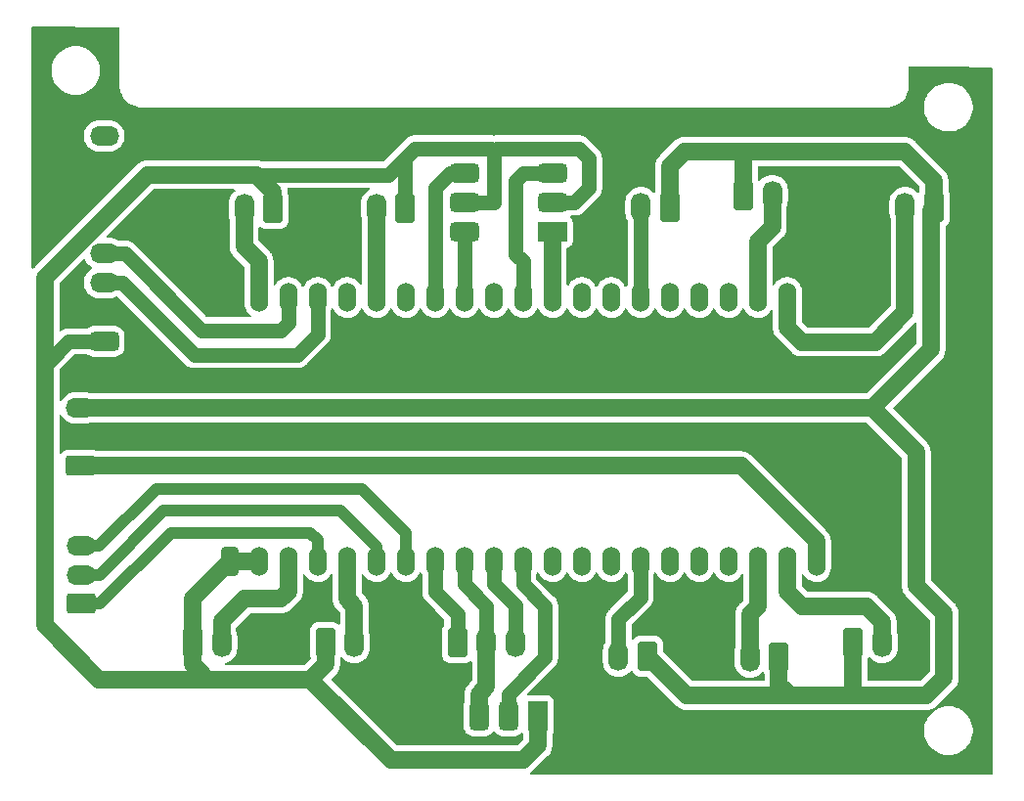
<source format=gbr>
%TF.GenerationSoftware,KiCad,Pcbnew,7.0.1*%
%TF.CreationDate,2023-04-04T11:49:21-04:00*%
%TF.ProjectId,luison-electronics,6c756973-6f6e-42d6-956c-656374726f6e,rev?*%
%TF.SameCoordinates,Original*%
%TF.FileFunction,Copper,L2,Bot*%
%TF.FilePolarity,Positive*%
%FSLAX46Y46*%
G04 Gerber Fmt 4.6, Leading zero omitted, Abs format (unit mm)*
G04 Created by KiCad (PCBNEW 7.0.1) date 2023-04-04 11:49:21*
%MOMM*%
%LPD*%
G01*
G04 APERTURE LIST*
G04 Aperture macros list*
%AMRoundRect*
0 Rectangle with rounded corners*
0 $1 Rounding radius*
0 $2 $3 $4 $5 $6 $7 $8 $9 X,Y pos of 4 corners*
0 Add a 4 corners polygon primitive as box body*
4,1,4,$2,$3,$4,$5,$6,$7,$8,$9,$2,$3,0*
0 Add four circle primitives for the rounded corners*
1,1,$1+$1,$2,$3*
1,1,$1+$1,$4,$5*
1,1,$1+$1,$6,$7*
1,1,$1+$1,$8,$9*
0 Add four rect primitives between the rounded corners*
20,1,$1+$1,$2,$3,$4,$5,0*
20,1,$1+$1,$4,$5,$6,$7,0*
20,1,$1+$1,$6,$7,$8,$9,0*
20,1,$1+$1,$8,$9,$2,$3,0*%
G04 Aperture macros list end*
%TA.AperFunction,ComponentPad*%
%ADD10RoundRect,0.250000X-0.600000X-1.020000X0.600000X-1.020000X0.600000X1.020000X-0.600000X1.020000X0*%
%TD*%
%TA.AperFunction,ComponentPad*%
%ADD11O,1.700000X2.540000*%
%TD*%
%TA.AperFunction,ComponentPad*%
%ADD12RoundRect,0.250000X1.020000X-0.600000X1.020000X0.600000X-1.020000X0.600000X-1.020000X-0.600000X0*%
%TD*%
%TA.AperFunction,ComponentPad*%
%ADD13O,2.540000X1.700000*%
%TD*%
%TA.AperFunction,ComponentPad*%
%ADD14O,2.540000X1.524000*%
%TD*%
%TA.AperFunction,ComponentPad*%
%ADD15RoundRect,0.425000X0.845000X0.425000X-0.845000X0.425000X-0.845000X-0.425000X0.845000X-0.425000X0*%
%TD*%
%TA.AperFunction,ComponentPad*%
%ADD16R,2.540000X1.700000*%
%TD*%
%TA.AperFunction,ComponentPad*%
%ADD17RoundRect,0.425000X0.845000X-0.425000X0.845000X0.425000X-0.845000X0.425000X-0.845000X-0.425000X0*%
%TD*%
%TA.AperFunction,ComponentPad*%
%ADD18RoundRect,0.250000X0.600000X1.020000X-0.600000X1.020000X-0.600000X-1.020000X0.600000X-1.020000X0*%
%TD*%
%TA.AperFunction,ComponentPad*%
%ADD19R,1.700000X2.540000*%
%TD*%
%TA.AperFunction,ComponentPad*%
%ADD20RoundRect,0.425000X-0.425000X0.845000X-0.425000X-0.845000X0.425000X-0.845000X0.425000X0.845000X0*%
%TD*%
%TA.AperFunction,ComponentPad*%
%ADD21RoundRect,0.381000X0.889000X-0.381000X0.889000X0.381000X-0.889000X0.381000X-0.889000X-0.381000X0*%
%TD*%
%TA.AperFunction,ComponentPad*%
%ADD22RoundRect,0.381000X0.381000X-0.889000X0.381000X0.889000X-0.381000X0.889000X-0.381000X-0.889000X0*%
%TD*%
%TA.AperFunction,ComponentPad*%
%ADD23O,1.524000X2.540000*%
%TD*%
%TA.AperFunction,Conductor*%
%ADD24C,1.000000*%
%TD*%
%TA.AperFunction,Conductor*%
%ADD25C,1.500000*%
%TD*%
%TA.AperFunction,Conductor*%
%ADD26C,1.250000*%
%TD*%
G04 APERTURE END LIST*
D10*
%TO.P,PS3,1,VCC*%
%TO.N,+24V*%
X182245000Y-108585000D03*
D11*
%TO.P,PS3,2,Signal*%
%TO.N,/PS_FR*%
X184745000Y-108585000D03*
%TO.P,PS3,3,GND*%
%TO.N,GND*%
X187245000Y-108585000D03*
%TD*%
D12*
%TO.P,PS9,1,5V*%
%TO.N,+5V*%
X115316000Y-93265000D03*
D13*
%TO.P,PS9,2,GND*%
%TO.N,GND*%
X115316000Y-90765000D03*
%TO.P,PS9,3,24V*%
%TO.N,+24V*%
X115316000Y-88265000D03*
%TD*%
D14*
%TO.P,REF\u002A\u002A,1*%
%TO.N,GND*%
X142875000Y-114300000D03*
%TD*%
D13*
%TO.P,GYRO2,8,INT*%
%TO.N,unconnected-(GYRO2-INT-Pad8)*%
X117406075Y-64715000D03*
%TO.P,GYRO2,4,SDA*%
%TO.N,/SDA*%
X117406075Y-74875000D03*
%TO.P,GYRO2,3,SCL*%
%TO.N,/SCL*%
X117406075Y-77415000D03*
%TO.P,GYRO2,2,GND*%
%TO.N,GND*%
X117406075Y-79955000D03*
D15*
%TO.P,GYRO2,1,VCC*%
%TO.N,+3.3V*%
X117406075Y-82495000D03*
%TD*%
D16*
%TO.P,SW3,1,P1*%
%TO.N,/SW_P1*%
X156195000Y-73025000D03*
D17*
%TO.P,SW3,2,C*%
%TO.N,+3.3V*%
X156195000Y-70485000D03*
%TO.P,SW3,3,P4*%
%TO.N,/SW_P4*%
X156195000Y-67945000D03*
%TO.P,SW3,4,P2*%
%TO.N,/SW_P2*%
X148575000Y-67945000D03*
%TO.P,SW3,5,C*%
%TO.N,+3.3V*%
X148575000Y-70485000D03*
%TO.P,SW3,6,P8*%
%TO.N,/SW_P8*%
X148575000Y-73025000D03*
%TD*%
D18*
%TO.P,LS4,1,VCC*%
%TO.N,+3.3V*%
X143470000Y-71010000D03*
D11*
%TO.P,LS4,2,A0*%
%TO.N,/LS_BR*%
X140970000Y-71010000D03*
%TO.P,LS4,3,GND*%
%TO.N,GND*%
X138470000Y-71010000D03*
%TD*%
D18*
%TO.P,PS6,1,VCC*%
%TO.N,+24V*%
X189230000Y-70883000D03*
D11*
%TO.P,PS6,2,Signal*%
%TO.N,/PS_R*%
X186730000Y-70883000D03*
%TO.P,PS6,3,GND*%
%TO.N,GND*%
X184230000Y-70883000D03*
%TD*%
D19*
%TO.P,U2,1,VCC*%
%TO.N,+3.3V*%
X154940000Y-114935000D03*
D20*
%TO.P,U2,2,Start*%
%TO.N,/KS_START*%
X152400000Y-114935000D03*
%TO.P,U2,3,KillSw*%
%TO.N,/KS_EM*%
X149860000Y-114935000D03*
%TO.P,U2,4,GND*%
%TO.N,GND*%
X147320000Y-114935000D03*
%TD*%
D12*
%TO.P,PS8,1,5V*%
%TO.N,/4*%
X115443000Y-105203000D03*
D13*
%TO.P,PS8,2,GND*%
%TO.N,/6*%
X115443000Y-102703000D03*
%TO.P,PS8,3,24V*%
%TO.N,/7*%
X115443000Y-100203000D03*
%TD*%
D10*
%TO.P,PS7,1,TX*%
%TO.N,/TX1_MD*%
X147995000Y-108585000D03*
D11*
%TO.P,PS7,2,KS*%
%TO.N,/KS_EM*%
X150495000Y-108585000D03*
%TO.P,PS7,3,RX*%
%TO.N,/RX1_MD*%
X152995000Y-108585000D03*
%TD*%
D18*
%TO.P,PS2,1,VCC*%
%TO.N,+24V*%
X175815000Y-109855000D03*
D11*
%TO.P,PS2,2,Signal*%
%TO.N,/PS_FC*%
X173315000Y-109855000D03*
%TO.P,PS2,3,GND*%
%TO.N,GND*%
X170815000Y-109855000D03*
%TD*%
D10*
%TO.P,PS5,1,VCC*%
%TO.N,+24V*%
X172745000Y-69850000D03*
D11*
%TO.P,PS5,2,Signal*%
%TO.N,/PS_B*%
X175245000Y-69850000D03*
%TO.P,PS5,3,GND*%
%TO.N,GND*%
X177745000Y-69850000D03*
%TD*%
D18*
%TO.P,PS1,1,VCC*%
%TO.N,+24V*%
X164425000Y-109745000D03*
D11*
%TO.P,PS1,2,Signal*%
%TO.N,/PS_FL*%
X161925000Y-109745000D03*
%TO.P,PS1,3,GND*%
%TO.N,GND*%
X159425000Y-109745000D03*
%TD*%
D21*
%TO.P,,1*%
%TO.N,GND*%
X170815000Y-104775000D03*
%TD*%
D10*
%TO.P,LS2,1,VCC*%
%TO.N,+3.3V*%
X136565000Y-108585000D03*
D11*
%TO.P,LS2,2,A0*%
%TO.N,/LS_BL*%
X139065000Y-108585000D03*
%TO.P,LS2,3,GND*%
%TO.N,GND*%
X141565000Y-108585000D03*
%TD*%
D21*
%TO.P,,1*%
%TO.N,GND*%
X179070000Y-74930000D03*
%TD*%
D22*
%TO.P,MCU2,1,3V3*%
%TO.N,+3.3V*%
X128271500Y-101560000D03*
D23*
%TO.P,MCU2,2,3V3*%
X130811500Y-101560000D03*
%TO.P,MCU2,3,RST*%
%TO.N,/LS_FL*%
X133351500Y-101560000D03*
%TO.P,MCU2,4,IO4/ADC*%
%TO.N,/4*%
X135891500Y-101560000D03*
%TO.P,MCU2,5,IO5/ADC*%
%TO.N,/LS_BL*%
X138431500Y-101560000D03*
%TO.P,MCU2,6,IO6/ADC*%
%TO.N,/6*%
X140971500Y-101560000D03*
%TO.P,MCU2,7,IO7/ADC*%
%TO.N,/7*%
X143511500Y-101560000D03*
%TO.P,MCU2,8,IO15/ADC*%
%TO.N,/TX1_MD*%
X146051500Y-101560000D03*
%TO.P,MCU2,9,IO16/ADC*%
%TO.N,/KS_EM*%
X148591500Y-101560000D03*
%TO.P,MCU2,10,IO17:TX1*%
%TO.N,/RX1_MD*%
X151131500Y-101560000D03*
%TO.P,MCU2,11,IO18:RX1*%
%TO.N,/KS_START*%
X153671500Y-101560000D03*
%TO.P,MCU2,12,IO8:SDA*%
%TO.N,unconnected-(MCU2-IO8{slash}ADC-Pad12)*%
X156211500Y-101560000D03*
%TO.P,MCU2,13,IO3/ADC*%
%TO.N,unconnected-(MCU2-IO3{slash}ADC-Pad13)*%
X158751500Y-101560000D03*
%TO.P,MCU2,14,I46*%
%TO.N,unconnected-(MCU2-I46-Pad14)*%
X161291500Y-101560000D03*
%TO.P,MCU2,15,IO9:SCL*%
%TO.N,/PS_FL*%
X163831500Y-101560000D03*
%TO.P,MCU2,16,IO10/ADC*%
%TO.N,unconnected-(MCU2-IO10{slash}ADC-Pad16)*%
X166371500Y-101560000D03*
%TO.P,MCU2,17,IO11/ADC*%
%TO.N,unconnected-(MCU2-IO11{slash}ADC-Pad17)*%
X168911500Y-101560000D03*
%TO.P,MCU2,18,IO12/ADC*%
%TO.N,unconnected-(MCU2-IO12{slash}ADC-Pad18)*%
X171451500Y-101560000D03*
%TO.P,MCU2,19,IO13/ADC*%
%TO.N,/PS_FC*%
X173991500Y-101560000D03*
%TO.P,MCU2,20,IO14/ADC*%
%TO.N,/PS_FR*%
X176531500Y-101560000D03*
%TO.P,MCU2,21,5V*%
%TO.N,+5V*%
X179071500Y-101560000D03*
%TO.P,MCU2,22,GND*%
%TO.N,GND*%
X181611500Y-101560000D03*
%TO.P,MCU2,23,GND*%
X128271500Y-78700000D03*
%TO.P,MCU2,24,IO43:TX0*%
%TO.N,/LS_FR*%
X130811500Y-78700000D03*
%TO.P,MCU2,25,IO44:RX0*%
%TO.N,/SDA*%
X133351500Y-78700000D03*
%TO.P,MCU2,26,IO1/ADC*%
%TO.N,/SCL*%
X135891500Y-78700000D03*
%TO.P,MCU2,27,IO2/ADC*%
%TO.N,unconnected-(MCU2-IO2{slash}ADC-Pad27)*%
X138431500Y-78700000D03*
%TO.P,MCU2,28,IO42*%
%TO.N,/LS_BR*%
X140971500Y-78700000D03*
%TO.P,MCU2,29,IO41*%
%TO.N,unconnected-(MCU2-IO41-Pad29)*%
X143511500Y-78700000D03*
%TO.P,MCU2,30,IO40*%
%TO.N,/SW_P2*%
X146051500Y-78700000D03*
%TO.P,MCU2,31,IO39*%
%TO.N,/SW_P8*%
X148591500Y-78700000D03*
%TO.P,MCU2,32,IO38*%
%TO.N,unconnected-(MCU2-IO38-Pad32)*%
X151131500Y-78700000D03*
%TO.P,MCU2,33,IO37*%
%TO.N,/SW_P4*%
X153671500Y-78700000D03*
%TO.P,MCU2,34,IO36*%
%TO.N,/SW_P1*%
X156211500Y-78700000D03*
%TO.P,MCU2,35,IO35*%
%TO.N,unconnected-(MCU2-IO35-Pad35)*%
X158751500Y-78700000D03*
%TO.P,MCU2,36,IO0*%
%TO.N,unconnected-(MCU2-IO0-Pad36)*%
X161291500Y-78700000D03*
%TO.P,MCU2,37,IO45*%
%TO.N,/PS_L*%
X163831500Y-78700000D03*
%TO.P,MCU2,38,IO34*%
%TO.N,unconnected-(MCU2-IO34-Pad38)*%
X166371500Y-78700000D03*
%TO.P,MCU2,39,IO33*%
%TO.N,unconnected-(MCU2-IO33-Pad39)*%
X168911500Y-78700000D03*
%TO.P,MCU2,40,IO21*%
%TO.N,unconnected-(MCU2-IO21-Pad40)*%
X171451500Y-78700000D03*
%TO.P,MCU2,41,IO20/USB_D+*%
%TO.N,/PS_B*%
X173991500Y-78700000D03*
%TO.P,MCU2,42,IO20/USB_D-*%
%TO.N,/PS_R*%
X176531500Y-78700000D03*
%TO.P,MCU2,43,GND*%
%TO.N,GND*%
X179071500Y-78700000D03*
%TO.P,MCU2,44,GND*%
X181611500Y-78700000D03*
%TD*%
D18*
%TO.P,LS3,1,VCC*%
%TO.N,+3.3V*%
X132025000Y-71010000D03*
D11*
%TO.P,LS3,2,A0*%
%TO.N,/LS_FR*%
X129525000Y-71010000D03*
%TO.P,LS3,3,GND*%
%TO.N,GND*%
X127025000Y-71010000D03*
%TD*%
D21*
%TO.P,,1*%
%TO.N,GND*%
X138430000Y-74930000D03*
%TD*%
D18*
%TO.P,PS4,1,VCC*%
%TO.N,+24V*%
X166370000Y-70883000D03*
D11*
%TO.P,PS4,2,Signal*%
%TO.N,/PS_L*%
X163870000Y-70883000D03*
%TO.P,PS4,3,GND*%
%TO.N,GND*%
X161370000Y-70883000D03*
%TD*%
D21*
%TO.P,,1*%
%TO.N,GND*%
X123571000Y-90805000D03*
%TD*%
D10*
%TO.P,LS1,1,VCC*%
%TO.N,+3.3V*%
X125080000Y-108585000D03*
D11*
%TO.P,LS1,2,A0*%
%TO.N,/LS_FL*%
X127580000Y-108585000D03*
%TO.P,LS1,3,GND*%
%TO.N,GND*%
X130080000Y-108585000D03*
%TD*%
D24*
%TO.N,/4*%
X135891500Y-99696500D02*
X135891500Y-101560000D01*
X123190000Y-99060000D02*
X135255000Y-99060000D01*
X117047000Y-105203000D02*
X123190000Y-99060000D01*
X135255000Y-99060000D02*
X135891500Y-99696500D01*
X115443000Y-105203000D02*
X117047000Y-105203000D01*
%TO.N,/6*%
X140971500Y-100306000D02*
X140971500Y-101560000D01*
X137820500Y-97155000D02*
X140971500Y-100306000D01*
X122555000Y-97155000D02*
X137820500Y-97155000D01*
X117007000Y-102703000D02*
X122555000Y-97155000D01*
X115443000Y-102703000D02*
X117007000Y-102703000D01*
%TO.N,/7*%
X143511500Y-99061500D02*
X143511500Y-101560000D01*
X139700000Y-95250000D02*
X143511500Y-99061500D01*
X121920000Y-95250000D02*
X139700000Y-95250000D01*
X116967000Y-100203000D02*
X121920000Y-95250000D01*
X115443000Y-100203000D02*
X116967000Y-100203000D01*
D25*
%TO.N,+24V*%
X190119000Y-111633000D02*
X188595000Y-113157000D01*
X190119000Y-106045000D02*
X190119000Y-111633000D01*
X188595000Y-113157000D02*
X182753000Y-113157000D01*
X187706000Y-92075000D02*
X187706000Y-103632000D01*
X187706000Y-103632000D02*
X190119000Y-106045000D01*
X183896000Y-88265000D02*
X187706000Y-92075000D01*
X182245000Y-112649000D02*
X182753000Y-113157000D01*
X182245000Y-108585000D02*
X182245000Y-112649000D01*
X182753000Y-113157000D02*
X176784000Y-113157000D01*
X175815000Y-109855000D02*
X175815000Y-112188000D01*
X175815000Y-112188000D02*
X176784000Y-113157000D01*
X176784000Y-113157000D02*
X167837000Y-113157000D01*
X167837000Y-113157000D02*
X164425000Y-109745000D01*
X188976000Y-71137000D02*
X189230000Y-70883000D01*
X188976000Y-83185000D02*
X188976000Y-71137000D01*
X183896000Y-88265000D02*
X188976000Y-83185000D01*
X115316000Y-88265000D02*
X183896000Y-88265000D01*
%TO.N,+5V*%
X179071500Y-99806000D02*
X179071500Y-101560000D01*
X172530500Y-93265000D02*
X179071500Y-99806000D01*
X115316000Y-93265000D02*
X172530500Y-93265000D01*
D26*
%TO.N,+3.3V*%
X114355000Y-82495000D02*
X112268000Y-84582000D01*
X117406075Y-82495000D02*
X114355000Y-82495000D01*
D25*
X112268000Y-76962000D02*
X112268000Y-84582000D01*
X112268000Y-84582000D02*
X112268000Y-107061000D01*
D26*
%TO.N,/SCL*%
X135891500Y-81913500D02*
X135891500Y-78700000D01*
X125222000Y-83693000D02*
X134112000Y-83693000D01*
X134112000Y-83693000D02*
X135891500Y-81913500D01*
X118944000Y-77415000D02*
X125222000Y-83693000D01*
X117406075Y-77415000D02*
X118944000Y-77415000D01*
%TO.N,/SDA*%
X133351500Y-80897500D02*
X133351500Y-78700000D01*
X125857000Y-81534000D02*
X132715000Y-81534000D01*
X119198000Y-74875000D02*
X125857000Y-81534000D01*
X132715000Y-81534000D02*
X133351500Y-80897500D01*
X117406075Y-74875000D02*
X119198000Y-74875000D01*
D25*
%TO.N,+3.3V*%
X116967000Y-111760000D02*
X126365000Y-111760000D01*
X112268000Y-107061000D02*
X116967000Y-111760000D01*
X121158000Y-68072000D02*
X112268000Y-76962000D01*
X130556000Y-68072000D02*
X121158000Y-68072000D01*
D26*
%TO.N,/PS_FL*%
X163831500Y-104646500D02*
X161925000Y-106553000D01*
X161925000Y-106553000D02*
X161925000Y-109745000D01*
X163831500Y-101560000D02*
X163831500Y-104646500D01*
%TO.N,/SW_P8*%
X148591500Y-73041500D02*
X148575000Y-73025000D01*
X148591500Y-78700000D02*
X148591500Y-73041500D01*
%TO.N,+3.3V*%
X151384000Y-65786000D02*
X151130000Y-66040000D01*
X158496000Y-65786000D02*
X151384000Y-65786000D01*
X159385000Y-66675000D02*
X158496000Y-65786000D01*
X159385000Y-69215000D02*
X159385000Y-66675000D01*
X158115000Y-70485000D02*
X159385000Y-69215000D01*
X156195000Y-70485000D02*
X158115000Y-70485000D01*
X150876000Y-65786000D02*
X151130000Y-66040000D01*
X144319000Y-65786000D02*
X150876000Y-65786000D01*
X143470000Y-66635000D02*
X144319000Y-65786000D01*
X143470000Y-71010000D02*
X143470000Y-66635000D01*
X142033000Y-68072000D02*
X143470000Y-66635000D01*
X130556000Y-68072000D02*
X142033000Y-68072000D01*
D25*
X132025000Y-69541000D02*
X132025000Y-71010000D01*
X130556000Y-68072000D02*
X132025000Y-69541000D01*
%TO.N,/PS_FR*%
X177800000Y-105410000D02*
X176531500Y-104141500D01*
X183388000Y-105410000D02*
X177800000Y-105410000D01*
X176531500Y-104141500D02*
X176531500Y-101560000D01*
X184745000Y-106767000D02*
X183388000Y-105410000D01*
X184745000Y-108585000D02*
X184745000Y-106767000D01*
%TO.N,+3.3V*%
X130811500Y-101560000D02*
X128271500Y-101560000D01*
X126365000Y-111760000D02*
X125080000Y-110475000D01*
X128271500Y-101560000D02*
X125080000Y-104751500D01*
X142240000Y-118745000D02*
X135255000Y-111760000D01*
X154940000Y-114935000D02*
X154940000Y-117475000D01*
D26*
X151130000Y-70485000D02*
X148575000Y-70485000D01*
D25*
X136565000Y-110450000D02*
X135255000Y-111760000D01*
X136565000Y-108585000D02*
X136565000Y-110450000D01*
X135255000Y-111760000D02*
X126365000Y-111760000D01*
X154940000Y-117475000D02*
X153670000Y-118745000D01*
X153670000Y-118745000D02*
X142240000Y-118745000D01*
D26*
X151130000Y-66040000D02*
X151130000Y-70485000D01*
D25*
X125080000Y-104751500D02*
X125080000Y-108585000D01*
X125080000Y-110475000D02*
X125080000Y-108585000D01*
%TO.N,+24V*%
X186715000Y-66065000D02*
X172745000Y-66065000D01*
X189230000Y-70883000D02*
X189230000Y-68580000D01*
X167640000Y-66040000D02*
X166370000Y-67310000D01*
X172745000Y-69850000D02*
X172745000Y-66065000D01*
X172720000Y-66040000D02*
X167640000Y-66040000D01*
X189230000Y-68580000D02*
X186715000Y-66065000D01*
X166370000Y-67310000D02*
X166370000Y-70883000D01*
X172745000Y-66065000D02*
X172720000Y-66040000D01*
%TO.N,/LS_FL*%
X133351500Y-104138500D02*
X133351500Y-101560000D01*
X132715000Y-104775000D02*
X133351500Y-104138500D01*
X127580000Y-106735000D02*
X129540000Y-104775000D01*
X127580000Y-108585000D02*
X127580000Y-106735000D01*
X129540000Y-104775000D02*
X132715000Y-104775000D01*
%TO.N,/LS_BL*%
X139065000Y-105410000D02*
X138430000Y-104775000D01*
X138430000Y-104775000D02*
X138431500Y-104773500D01*
X139065000Y-108585000D02*
X139065000Y-105410000D01*
X138431500Y-104773500D02*
X138431500Y-101560000D01*
%TO.N,/LS_FR*%
X130811500Y-75566500D02*
X130811500Y-78700000D01*
X129525000Y-74280000D02*
X130811500Y-75566500D01*
X129525000Y-71010000D02*
X129525000Y-74280000D01*
%TO.N,/LS_BR*%
X140970000Y-78698500D02*
X140971500Y-78700000D01*
X140970000Y-71010000D02*
X140970000Y-78698500D01*
%TO.N,/PS_R*%
X184150000Y-82550000D02*
X186730000Y-79970000D01*
X176531500Y-78700000D02*
X176531500Y-81281500D01*
X186730000Y-79970000D02*
X186730000Y-70883000D01*
X177800000Y-82550000D02*
X184150000Y-82550000D01*
X176531500Y-81281500D02*
X177800000Y-82550000D01*
%TO.N,/PS_B*%
X175245000Y-69850000D02*
X175245000Y-72620000D01*
X175245000Y-72620000D02*
X173991500Y-73873500D01*
X173991500Y-73873500D02*
X173991500Y-78700000D01*
D26*
%TO.N,/PS_L*%
X163870000Y-70883000D02*
X163870000Y-78661500D01*
X163870000Y-78661500D02*
X163831500Y-78700000D01*
D25*
%TO.N,/PS_FC*%
X173315000Y-106085000D02*
X173991500Y-105408500D01*
X173315000Y-109855000D02*
X173315000Y-106085000D01*
X173991500Y-105408500D02*
X173991500Y-101560000D01*
%TO.N,/SW_P1*%
X156195000Y-78683500D02*
X156211500Y-78700000D01*
X156195000Y-73025000D02*
X156195000Y-78683500D01*
D26*
%TO.N,/SW_P4*%
X153671500Y-75566500D02*
X153671500Y-78700000D01*
X153670000Y-67945000D02*
X153035000Y-68580000D01*
X156195000Y-67945000D02*
X153670000Y-67945000D01*
X153035000Y-68580000D02*
X153035000Y-74930000D01*
X153035000Y-74930000D02*
X153671500Y-75566500D01*
%TO.N,/SW_P2*%
X147320000Y-67945000D02*
X146050000Y-69215000D01*
X146050000Y-69215000D02*
X146051500Y-69216500D01*
X146051500Y-69216500D02*
X146051500Y-78700000D01*
X148575000Y-67945000D02*
X147320000Y-67945000D01*
D25*
%TO.N,/SW_P8*%
X148575000Y-78683500D02*
X148591500Y-78700000D01*
%TO.N,/KS_EM*%
X149860000Y-114935000D02*
X149860000Y-113030000D01*
X150495000Y-112395000D02*
X150495000Y-108585000D01*
X149860000Y-113030000D02*
X150495000Y-112395000D01*
D26*
X148591500Y-103506500D02*
X148591500Y-101560000D01*
X150495000Y-108585000D02*
X150495000Y-105410000D01*
X150495000Y-105410000D02*
X148591500Y-103506500D01*
%TO.N,/KS_START*%
X153671500Y-103506500D02*
X153671500Y-101560000D01*
X152400000Y-113030000D02*
X155575000Y-109855000D01*
X155575000Y-105410000D02*
X153671500Y-103506500D01*
X155575000Y-109855000D02*
X155575000Y-105410000D01*
X152400000Y-114935000D02*
X152400000Y-113030000D01*
%TO.N,/TX1_MD*%
X146051500Y-104141500D02*
X146051500Y-101560000D01*
X147995000Y-106085000D02*
X146051500Y-104141500D01*
X147995000Y-108585000D02*
X147995000Y-106085000D01*
%TO.N,/RX1_MD*%
X152995000Y-108585000D02*
X152995000Y-105370000D01*
X152995000Y-105370000D02*
X151131500Y-103506500D01*
X151131500Y-103506500D02*
X151131500Y-101560000D01*
%TD*%
%TA.AperFunction,Conductor*%
%TO.N,GND*%
G36*
X111237890Y-55245501D02*
G01*
X118645939Y-55278378D01*
X118695253Y-55291787D01*
X118731310Y-55328004D01*
X118744500Y-55377377D01*
X118744500Y-60449894D01*
X118777102Y-60697538D01*
X118841753Y-60938818D01*
X118937343Y-61169593D01*
X119062233Y-61385909D01*
X119062235Y-61385911D01*
X119214295Y-61584080D01*
X119390920Y-61760705D01*
X119390924Y-61760708D01*
X119390925Y-61760709D01*
X119589090Y-61912766D01*
X119805406Y-62037656D01*
X119805407Y-62037656D01*
X119805410Y-62037658D01*
X120036183Y-62133247D01*
X120277458Y-62197897D01*
X120463194Y-62222349D01*
X120525106Y-62230500D01*
X120525107Y-62230500D01*
X120649901Y-62230500D01*
X120650000Y-62230500D01*
X120650500Y-62230500D01*
X185165500Y-62230500D01*
X185166099Y-62230500D01*
X185290893Y-62230500D01*
X185290894Y-62230500D01*
X185340422Y-62223979D01*
X185538542Y-62197897D01*
X185779817Y-62133247D01*
X186010590Y-62037658D01*
X186226911Y-61912765D01*
X186425080Y-61760705D01*
X186601705Y-61584080D01*
X186753765Y-61385911D01*
X186878658Y-61169590D01*
X186974247Y-60938817D01*
X187038897Y-60697542D01*
X187071500Y-60449893D01*
X187071500Y-60325000D01*
X187071500Y-60324500D01*
X187071500Y-58775261D01*
X187085054Y-58725261D01*
X187122006Y-58688951D01*
X187172235Y-58676276D01*
X190428544Y-58733404D01*
X194212237Y-58799786D01*
X194260999Y-58813619D01*
X194296524Y-58849773D01*
X194309500Y-58898771D01*
X194309500Y-119915500D01*
X194296237Y-119965000D01*
X194260000Y-120001237D01*
X194210500Y-120014500D01*
X154350170Y-120014500D01*
X154302098Y-120002045D01*
X154266121Y-119967815D01*
X154251292Y-119920422D01*
X154261342Y-119871790D01*
X154293742Y-119834156D01*
X154294790Y-119833429D01*
X154308264Y-119825577D01*
X154313973Y-119822829D01*
X154338234Y-119805201D01*
X154392788Y-119765567D01*
X154394601Y-119764280D01*
X154399678Y-119760763D01*
X154474654Y-119708820D01*
X154479134Y-119704338D01*
X154490946Y-119694250D01*
X154496078Y-119690522D01*
X154563414Y-119620092D01*
X154564878Y-119618594D01*
X155770666Y-118412806D01*
X155778925Y-118405427D01*
X155807666Y-118382508D01*
X155851814Y-118331975D01*
X155856351Y-118327121D01*
X155863944Y-118319530D01*
X155890273Y-118287991D01*
X155891599Y-118286438D01*
X155955765Y-118212996D01*
X155959017Y-118207552D01*
X155968005Y-118194884D01*
X155972068Y-118190019D01*
X156020164Y-118105254D01*
X156021212Y-118103454D01*
X156071215Y-118019764D01*
X156073442Y-118013827D01*
X156080028Y-117999751D01*
X156083153Y-117994245D01*
X156115340Y-117902256D01*
X156116062Y-117900265D01*
X156150307Y-117809024D01*
X156151437Y-117802797D01*
X156155403Y-117787767D01*
X156157498Y-117781783D01*
X156172736Y-117685565D01*
X156173105Y-117683396D01*
X156190500Y-117587547D01*
X156190500Y-117581204D01*
X156191719Y-117565717D01*
X156192710Y-117559459D01*
X156190525Y-117462112D01*
X156190500Y-117459890D01*
X156190500Y-116538118D01*
X156195566Y-116506853D01*
X156210247Y-116478789D01*
X156218998Y-116467098D01*
X156233796Y-116447331D01*
X156270592Y-116348677D01*
X188399500Y-116348677D01*
X188438628Y-116633357D01*
X188516156Y-116910057D01*
X188630640Y-117173628D01*
X188779940Y-117419141D01*
X188961293Y-117642054D01*
X189171304Y-117838191D01*
X189392380Y-117994242D01*
X189406064Y-118003901D01*
X189661203Y-118136104D01*
X189931968Y-118232334D01*
X189931971Y-118232335D01*
X190213312Y-118290798D01*
X190428245Y-118305500D01*
X190428248Y-118305500D01*
X190571752Y-118305500D01*
X190571755Y-118305500D01*
X190786687Y-118290798D01*
X191068028Y-118232335D01*
X191068029Y-118232334D01*
X191068032Y-118232334D01*
X191338797Y-118136104D01*
X191593936Y-118003901D01*
X191828698Y-117838189D01*
X192038708Y-117642053D01*
X192220055Y-117419147D01*
X192369361Y-117173625D01*
X192483844Y-116910058D01*
X192561371Y-116633358D01*
X192600500Y-116348678D01*
X192600500Y-116061322D01*
X192561371Y-115776642D01*
X192483844Y-115499942D01*
X192369361Y-115236375D01*
X192369359Y-115236371D01*
X192220059Y-114990858D01*
X192038706Y-114767945D01*
X191828695Y-114571808D01*
X191593941Y-114406102D01*
X191593938Y-114406100D01*
X191593936Y-114406099D01*
X191338797Y-114273896D01*
X191224637Y-114233323D01*
X191068028Y-114177664D01*
X190786687Y-114119201D01*
X190571755Y-114104500D01*
X190571752Y-114104500D01*
X190428248Y-114104500D01*
X190428245Y-114104500D01*
X190213312Y-114119201D01*
X189931971Y-114177664D01*
X189731231Y-114249008D01*
X189661203Y-114273896D01*
X189529584Y-114342096D01*
X189406058Y-114406102D01*
X189171304Y-114571808D01*
X188961293Y-114767945D01*
X188779940Y-114990858D01*
X188630640Y-115236371D01*
X188516156Y-115499942D01*
X188438628Y-115776642D01*
X188399500Y-116061323D01*
X188399500Y-116348677D01*
X156270592Y-116348677D01*
X156284091Y-116312483D01*
X156290500Y-116252873D01*
X156290499Y-113617128D01*
X156284091Y-113557517D01*
X156233796Y-113422669D01*
X156147546Y-113307454D01*
X156032331Y-113221204D01*
X156032330Y-113221203D01*
X155936366Y-113185411D01*
X155897483Y-113170909D01*
X155837873Y-113164500D01*
X155837869Y-113164500D01*
X154096203Y-113164500D01*
X154041202Y-113147815D01*
X154004739Y-113103386D01*
X153999105Y-113046186D01*
X154026196Y-112995499D01*
X156298557Y-110723138D01*
X156311130Y-110712505D01*
X156315399Y-110709466D01*
X156379570Y-110642163D01*
X156381132Y-110640563D01*
X156408762Y-110612935D01*
X156415067Y-110605297D01*
X156419721Y-110600053D01*
X156463727Y-110553903D01*
X156482402Y-110524842D01*
X156489338Y-110515346D01*
X156494165Y-110509500D01*
X156511322Y-110488721D01*
X156541874Y-110432766D01*
X156545467Y-110426710D01*
X156579935Y-110373080D01*
X156592774Y-110341007D01*
X156597780Y-110330383D01*
X156614334Y-110300069D01*
X156633744Y-110239344D01*
X156636122Y-110232727D01*
X156659822Y-110173532D01*
X156666360Y-110139605D01*
X156669264Y-110128229D01*
X156679781Y-110095331D01*
X156687349Y-110032028D01*
X156688437Y-110025059D01*
X156689829Y-110017841D01*
X156700500Y-109962472D01*
X156700500Y-109927949D01*
X156701200Y-109916196D01*
X156702223Y-109907636D01*
X156705300Y-109881906D01*
X156700752Y-109818316D01*
X156700500Y-109811254D01*
X156700500Y-105512243D01*
X156701871Y-105495824D01*
X156702740Y-105490658D01*
X156700528Y-105397749D01*
X156700500Y-105395393D01*
X156700500Y-105356380D01*
X156699561Y-105346551D01*
X156699141Y-105339510D01*
X156697624Y-105275775D01*
X156690282Y-105242028D01*
X156688470Y-105230410D01*
X156685188Y-105196029D01*
X156670844Y-105147178D01*
X156667232Y-105134877D01*
X156665484Y-105128029D01*
X156657630Y-105091925D01*
X156651935Y-105065742D01*
X156638334Y-105033982D01*
X156634357Y-105022919D01*
X156626255Y-104995323D01*
X156624631Y-104989790D01*
X156604037Y-104949845D01*
X156595423Y-104933136D01*
X156592415Y-104926752D01*
X156574868Y-104885775D01*
X156567321Y-104868151D01*
X156547963Y-104839550D01*
X156541955Y-104829423D01*
X156526139Y-104798743D01*
X156526138Y-104798741D01*
X156486737Y-104748638D01*
X156482573Y-104742935D01*
X156446843Y-104690146D01*
X156422425Y-104665727D01*
X156414611Y-104656923D01*
X156411594Y-104653086D01*
X156393268Y-104629783D01*
X156359890Y-104600861D01*
X156345099Y-104588044D01*
X156339926Y-104583229D01*
X154825996Y-103069299D01*
X154804536Y-103037181D01*
X154797000Y-102999295D01*
X154797000Y-102673049D01*
X154811013Y-102622273D01*
X154813571Y-102617992D01*
X154846729Y-102529641D01*
X154881225Y-102484335D01*
X154934974Y-102465528D01*
X154990193Y-102479442D01*
X155028611Y-102521472D01*
X155123328Y-102718153D01*
X155256904Y-102902005D01*
X155421162Y-103059052D01*
X155610823Y-103184246D01*
X155819789Y-103273562D01*
X156041346Y-103324131D01*
X156154858Y-103329228D01*
X156268369Y-103334327D01*
X156268369Y-103334326D01*
X156268371Y-103334327D01*
X156493568Y-103303822D01*
X156709700Y-103233596D01*
X156909819Y-103125908D01*
X157087493Y-102984217D01*
X157237012Y-102813078D01*
X157353571Y-102617992D01*
X157386729Y-102529641D01*
X157421225Y-102484335D01*
X157474974Y-102465528D01*
X157530193Y-102479442D01*
X157568611Y-102521472D01*
X157663328Y-102718153D01*
X157796904Y-102902005D01*
X157961162Y-103059052D01*
X158150823Y-103184246D01*
X158359789Y-103273562D01*
X158581346Y-103324131D01*
X158694858Y-103329228D01*
X158808369Y-103334327D01*
X158808369Y-103334326D01*
X158808371Y-103334327D01*
X159033568Y-103303822D01*
X159249700Y-103233596D01*
X159449819Y-103125908D01*
X159627493Y-102984217D01*
X159777012Y-102813078D01*
X159893571Y-102617992D01*
X159926729Y-102529641D01*
X159961225Y-102484335D01*
X160014974Y-102465528D01*
X160070193Y-102479442D01*
X160108611Y-102521472D01*
X160203328Y-102718153D01*
X160336904Y-102902005D01*
X160501162Y-103059052D01*
X160690823Y-103184246D01*
X160899789Y-103273562D01*
X161121346Y-103324131D01*
X161234858Y-103329228D01*
X161348369Y-103334327D01*
X161348369Y-103334326D01*
X161348371Y-103334327D01*
X161573568Y-103303822D01*
X161789700Y-103233596D01*
X161989819Y-103125908D01*
X162167493Y-102984217D01*
X162317012Y-102813078D01*
X162433571Y-102617992D01*
X162466729Y-102529641D01*
X162501225Y-102484335D01*
X162554974Y-102465528D01*
X162610193Y-102479442D01*
X162648611Y-102521472D01*
X162695092Y-102617991D01*
X162696196Y-102620282D01*
X162706000Y-102663237D01*
X162706000Y-104139294D01*
X162698464Y-104177180D01*
X162677004Y-104209298D01*
X161201445Y-105684856D01*
X161188874Y-105695490D01*
X161184599Y-105698534D01*
X161120471Y-105765790D01*
X161118828Y-105767473D01*
X161091235Y-105795067D01*
X161084951Y-105802677D01*
X161080269Y-105807953D01*
X161036268Y-105854102D01*
X161017600Y-105883148D01*
X161010663Y-105892650D01*
X160988679Y-105919277D01*
X160958128Y-105975226D01*
X160954522Y-105981302D01*
X160920064Y-106034919D01*
X160907229Y-106066978D01*
X160902213Y-106077623D01*
X160885667Y-106107926D01*
X160866257Y-106168644D01*
X160863867Y-106175292D01*
X160840178Y-106234466D01*
X160833643Y-106268373D01*
X160830731Y-106279780D01*
X160820218Y-106312667D01*
X160812649Y-106375970D01*
X160811560Y-106382951D01*
X160799500Y-106445527D01*
X160799500Y-106480050D01*
X160798800Y-106491802D01*
X160794700Y-106526094D01*
X160795896Y-106542810D01*
X160799248Y-106589684D01*
X160799500Y-106596746D01*
X160799500Y-108546641D01*
X160781596Y-108603425D01*
X160750963Y-108647173D01*
X160651098Y-108861332D01*
X160589936Y-109089594D01*
X160574500Y-109266031D01*
X160574500Y-110223969D01*
X160589936Y-110400405D01*
X160651098Y-110628667D01*
X160750963Y-110842826D01*
X160883581Y-111032226D01*
X160886505Y-111036401D01*
X161053599Y-111203495D01*
X161247170Y-111339035D01*
X161247171Y-111339035D01*
X161247172Y-111339036D01*
X161461332Y-111438901D01*
X161461333Y-111438901D01*
X161461337Y-111438903D01*
X161689592Y-111500063D01*
X161925000Y-111520659D01*
X162160408Y-111500063D01*
X162388663Y-111438903D01*
X162602829Y-111339035D01*
X162796401Y-111203495D01*
X162963495Y-111036401D01*
X162963497Y-111036397D01*
X162969619Y-111030276D01*
X162971569Y-111032226D01*
X163001449Y-111007877D01*
X163055013Y-111000818D01*
X163104308Y-111022931D01*
X163134651Y-111067632D01*
X163138840Y-111080273D01*
X163140186Y-111084334D01*
X163232288Y-111233656D01*
X163356344Y-111357712D01*
X163505666Y-111449814D01*
X163672203Y-111504999D01*
X163774991Y-111515500D01*
X164386017Y-111515499D01*
X164423903Y-111523035D01*
X164456021Y-111544495D01*
X166899181Y-113987655D01*
X166906578Y-113995934D01*
X166929489Y-114024663D01*
X166929491Y-114024664D01*
X166929492Y-114024666D01*
X166980029Y-114068819D01*
X166984867Y-114073341D01*
X166992471Y-114080945D01*
X166992477Y-114080950D01*
X166992479Y-114080952D01*
X167023977Y-114107249D01*
X167025666Y-114108691D01*
X167099005Y-114172766D01*
X167104447Y-114176018D01*
X167117111Y-114185002D01*
X167121982Y-114189069D01*
X167206767Y-114237177D01*
X167208604Y-114238247D01*
X167292236Y-114288215D01*
X167292239Y-114288216D01*
X167298161Y-114290439D01*
X167312242Y-114297026D01*
X167317751Y-114300152D01*
X167317755Y-114300154D01*
X167409722Y-114332334D01*
X167411805Y-114333089D01*
X167428830Y-114339479D01*
X167502976Y-114367307D01*
X167509203Y-114368437D01*
X167524235Y-114372404D01*
X167530218Y-114374498D01*
X167626446Y-114389738D01*
X167628604Y-114390105D01*
X167724453Y-114407500D01*
X167730790Y-114407500D01*
X167746277Y-114408719D01*
X167752540Y-114409711D01*
X167752540Y-114409710D01*
X167752541Y-114409711D01*
X167849934Y-114407524D01*
X167852156Y-114407500D01*
X176671453Y-114407500D01*
X176677796Y-114407500D01*
X176693282Y-114408718D01*
X176699540Y-114409710D01*
X176796908Y-114407525D01*
X176799129Y-114407500D01*
X176840155Y-114407500D01*
X182640453Y-114407500D01*
X182646796Y-114407500D01*
X182662282Y-114408718D01*
X182668540Y-114409710D01*
X182765888Y-114407524D01*
X182768110Y-114407500D01*
X182809155Y-114407500D01*
X188519212Y-114407500D01*
X188530295Y-114408122D01*
X188532409Y-114408360D01*
X188566827Y-114412238D01*
X188633778Y-114407724D01*
X188640438Y-114407500D01*
X188651155Y-114407500D01*
X188692072Y-114403816D01*
X188694146Y-114403652D01*
X188791412Y-114397096D01*
X188797551Y-114395548D01*
X188812871Y-114392945D01*
X188819188Y-114392377D01*
X188828120Y-114389912D01*
X188840952Y-114386370D01*
X188913141Y-114366446D01*
X188915174Y-114365909D01*
X189009683Y-114342096D01*
X189015450Y-114339476D01*
X189030064Y-114334178D01*
X189031098Y-114333892D01*
X189036170Y-114332493D01*
X189123998Y-114290196D01*
X189125894Y-114289310D01*
X189214626Y-114249007D01*
X189219836Y-114245396D01*
X189233264Y-114237577D01*
X189238973Y-114234829D01*
X189263234Y-114217201D01*
X189317788Y-114177567D01*
X189319601Y-114176280D01*
X189324675Y-114172765D01*
X189399654Y-114120820D01*
X189404134Y-114116338D01*
X189415946Y-114106250D01*
X189421078Y-114102522D01*
X189488414Y-114032092D01*
X189489878Y-114030594D01*
X190949666Y-112570806D01*
X190957925Y-112563427D01*
X190986666Y-112540508D01*
X191030814Y-112489975D01*
X191035351Y-112485121D01*
X191042944Y-112477530D01*
X191069273Y-112445991D01*
X191070599Y-112444438D01*
X191134765Y-112370996D01*
X191138017Y-112365552D01*
X191147005Y-112352884D01*
X191151068Y-112348019D01*
X191199164Y-112263254D01*
X191200212Y-112261454D01*
X191250215Y-112177764D01*
X191252442Y-112171827D01*
X191259028Y-112157751D01*
X191262153Y-112152245D01*
X191294340Y-112060256D01*
X191295062Y-112058265D01*
X191329307Y-111967024D01*
X191330437Y-111960797D01*
X191334403Y-111945767D01*
X191336498Y-111939783D01*
X191351736Y-111843565D01*
X191352105Y-111841396D01*
X191369500Y-111745547D01*
X191369500Y-111739204D01*
X191370719Y-111723717D01*
X191371710Y-111717459D01*
X191369525Y-111620112D01*
X191369500Y-111617890D01*
X191369500Y-106120778D01*
X191370122Y-106109695D01*
X191370577Y-106105659D01*
X191374237Y-106073172D01*
X191369723Y-106006231D01*
X191369500Y-105999573D01*
X191369500Y-105988844D01*
X191368821Y-105981302D01*
X191365814Y-105947896D01*
X191365653Y-105945855D01*
X191359096Y-105848587D01*
X191357546Y-105842438D01*
X191354945Y-105827127D01*
X191354377Y-105820812D01*
X191335103Y-105750974D01*
X191328463Y-105726916D01*
X191327896Y-105724768D01*
X191304097Y-105630320D01*
X191304096Y-105630316D01*
X191301471Y-105624539D01*
X191296177Y-105609935D01*
X191294493Y-105603830D01*
X191252218Y-105516045D01*
X191251285Y-105514049D01*
X191211007Y-105425374D01*
X191211006Y-105425373D01*
X191207397Y-105420163D01*
X191199578Y-105406736D01*
X191196828Y-105401025D01*
X191139574Y-105322221D01*
X191138289Y-105320410D01*
X191082822Y-105240348D01*
X191082820Y-105240345D01*
X191078325Y-105235850D01*
X191068244Y-105224045D01*
X191064522Y-105218922D01*
X191012075Y-105168778D01*
X190994161Y-105151650D01*
X190992572Y-105150097D01*
X189994439Y-104151964D01*
X188985495Y-103143021D01*
X188964036Y-103110904D01*
X188956500Y-103073018D01*
X188956500Y-92150788D01*
X188957122Y-92139705D01*
X188958348Y-92128819D01*
X188961238Y-92103173D01*
X188956723Y-92036217D01*
X188956500Y-92029559D01*
X188956500Y-92018842D01*
X188954782Y-91999761D01*
X188952824Y-91978007D01*
X188952652Y-91975822D01*
X188949226Y-91925001D01*
X188946097Y-91878588D01*
X188944548Y-91872441D01*
X188941944Y-91857119D01*
X188941377Y-91850812D01*
X188915439Y-91756832D01*
X188914910Y-91754827D01*
X188891096Y-91660317D01*
X188888472Y-91654541D01*
X188883179Y-91639941D01*
X188881493Y-91633830D01*
X188839208Y-91546024D01*
X188838304Y-91544093D01*
X188798007Y-91455375D01*
X188794397Y-91450164D01*
X188786581Y-91436742D01*
X188783829Y-91431027D01*
X188783827Y-91431024D01*
X188726559Y-91352200D01*
X188725274Y-91350389D01*
X188669822Y-91270349D01*
X188669820Y-91270346D01*
X188665328Y-91265854D01*
X188655245Y-91254047D01*
X188651522Y-91248922D01*
X188651521Y-91248920D01*
X188581139Y-91181629D01*
X188579550Y-91180076D01*
X185734477Y-88335003D01*
X185708854Y-88290622D01*
X185708854Y-88239376D01*
X185734474Y-88194999D01*
X189806666Y-84122806D01*
X189814925Y-84115427D01*
X189843666Y-84092508D01*
X189887815Y-84041974D01*
X189892353Y-84037119D01*
X189899945Y-84029529D01*
X189926258Y-83998009D01*
X189927680Y-83996345D01*
X189991765Y-83922996D01*
X189995017Y-83917552D01*
X190004005Y-83904884D01*
X190008068Y-83900019D01*
X190056164Y-83815254D01*
X190057212Y-83813454D01*
X190107215Y-83729764D01*
X190109442Y-83723827D01*
X190116028Y-83709751D01*
X190119153Y-83704245D01*
X190151338Y-83612263D01*
X190152084Y-83610208D01*
X190162646Y-83582068D01*
X190186307Y-83519024D01*
X190187436Y-83512796D01*
X190191405Y-83497764D01*
X190193498Y-83491783D01*
X190203783Y-83426840D01*
X190208735Y-83395569D01*
X190209104Y-83393400D01*
X190226500Y-83297547D01*
X190226500Y-83291204D01*
X190227719Y-83275717D01*
X190228710Y-83269459D01*
X190226525Y-83172092D01*
X190226500Y-83169871D01*
X190226500Y-72595472D01*
X190239053Y-72547224D01*
X190273528Y-72511211D01*
X190298656Y-72495712D01*
X190422712Y-72371656D01*
X190514814Y-72222334D01*
X190569999Y-72055797D01*
X190580500Y-71953009D01*
X190580499Y-69812992D01*
X190569999Y-69710203D01*
X190514814Y-69543666D01*
X190495238Y-69511929D01*
X190480500Y-69459958D01*
X190480500Y-68655780D01*
X190481122Y-68644697D01*
X190481427Y-68641986D01*
X190485237Y-68608172D01*
X190480723Y-68541231D01*
X190480500Y-68534573D01*
X190480500Y-68523844D01*
X190479314Y-68510666D01*
X190476814Y-68482896D01*
X190476653Y-68480854D01*
X190470096Y-68383588D01*
X190468546Y-68377439D01*
X190465945Y-68362129D01*
X190465377Y-68355812D01*
X190439462Y-68261912D01*
X190438895Y-68259764D01*
X190415097Y-68165320D01*
X190415096Y-68165316D01*
X190412471Y-68159539D01*
X190407177Y-68144935D01*
X190405493Y-68138830D01*
X190363218Y-68051045D01*
X190362285Y-68049049D01*
X190322007Y-67960374D01*
X190318398Y-67955165D01*
X190310578Y-67941736D01*
X190307828Y-67936025D01*
X190250559Y-67857200D01*
X190249274Y-67855389D01*
X190193822Y-67775349D01*
X190193820Y-67775346D01*
X190189328Y-67770854D01*
X190179245Y-67759047D01*
X190175522Y-67753922D01*
X190175521Y-67753920D01*
X190105139Y-67686629D01*
X190103550Y-67685076D01*
X187652814Y-65234340D01*
X187645416Y-65226060D01*
X187622509Y-65197335D01*
X187601137Y-65178663D01*
X187571970Y-65153180D01*
X187567130Y-65148656D01*
X187559529Y-65141055D01*
X187528021Y-65114750D01*
X187526333Y-65113308D01*
X187452994Y-65049233D01*
X187447552Y-65045982D01*
X187434884Y-65036994D01*
X187430015Y-65032929D01*
X187345322Y-64984873D01*
X187343428Y-64983771D01*
X187259764Y-64933785D01*
X187259763Y-64933784D01*
X187259762Y-64933784D01*
X187253828Y-64931557D01*
X187239760Y-64924976D01*
X187234245Y-64921847D01*
X187234244Y-64921846D01*
X187234243Y-64921846D01*
X187142302Y-64889674D01*
X187140214Y-64888917D01*
X187049024Y-64854693D01*
X187042787Y-64853561D01*
X187027774Y-64849598D01*
X187021785Y-64847502D01*
X186925572Y-64832263D01*
X186923383Y-64831891D01*
X186827547Y-64814500D01*
X186821204Y-64814500D01*
X186805717Y-64813281D01*
X186799459Y-64812289D01*
X186702092Y-64814475D01*
X186699871Y-64814500D01*
X172984052Y-64814500D01*
X172968564Y-64813281D01*
X172930565Y-64807262D01*
X172928376Y-64806890D01*
X172832547Y-64789500D01*
X172826204Y-64789500D01*
X172810717Y-64788281D01*
X172804459Y-64787289D01*
X172707092Y-64789475D01*
X172704871Y-64789500D01*
X167715778Y-64789500D01*
X167704695Y-64788878D01*
X167690591Y-64787289D01*
X167668172Y-64784763D01*
X167668171Y-64784763D01*
X167601232Y-64789276D01*
X167594573Y-64789500D01*
X167583845Y-64789500D01*
X167580778Y-64789775D01*
X167542958Y-64793178D01*
X167540749Y-64793352D01*
X167443584Y-64799904D01*
X167437430Y-64801455D01*
X167422131Y-64804054D01*
X167415816Y-64804622D01*
X167415812Y-64804622D01*
X167415812Y-64804623D01*
X167321884Y-64830544D01*
X167319791Y-64831097D01*
X167225309Y-64854905D01*
X167219531Y-64857530D01*
X167204944Y-64862819D01*
X167198832Y-64864506D01*
X167111076Y-64906765D01*
X167109068Y-64907705D01*
X167051653Y-64933785D01*
X167023908Y-64946388D01*
X167020370Y-64947995D01*
X167015156Y-64951607D01*
X167001745Y-64959417D01*
X166996027Y-64962170D01*
X166917241Y-65019410D01*
X166915433Y-65020693D01*
X166835344Y-65076181D01*
X166830858Y-65080667D01*
X166819058Y-65090745D01*
X166813923Y-65094476D01*
X166746630Y-65164858D01*
X166745078Y-65166446D01*
X165539342Y-66372182D01*
X165531065Y-66379578D01*
X165502333Y-66402491D01*
X165458185Y-66453022D01*
X165453642Y-66457882D01*
X165446055Y-66465470D01*
X165419751Y-66496975D01*
X165418312Y-66498660D01*
X165354234Y-66572004D01*
X165350980Y-66577451D01*
X165342002Y-66590104D01*
X165337935Y-66594976D01*
X165289862Y-66679696D01*
X165288746Y-66681612D01*
X165238782Y-66765241D01*
X165236553Y-66771180D01*
X165229976Y-66785238D01*
X165226848Y-66790751D01*
X165194669Y-66882711D01*
X165193912Y-66884798D01*
X165159693Y-66975974D01*
X165158561Y-66982213D01*
X165154600Y-66997218D01*
X165152503Y-67003212D01*
X165152502Y-67003215D01*
X165152502Y-67003217D01*
X165150927Y-67013160D01*
X165137262Y-67099433D01*
X165136890Y-67101621D01*
X165119500Y-67197452D01*
X165119500Y-67203796D01*
X165118281Y-67219283D01*
X165117289Y-67225540D01*
X165119475Y-67322908D01*
X165119500Y-67325129D01*
X165119500Y-69459958D01*
X165104761Y-69511930D01*
X165085185Y-69543667D01*
X165079651Y-69560368D01*
X165049313Y-69605063D01*
X165000028Y-69627179D01*
X164946470Y-69620131D01*
X164916567Y-69595775D01*
X164914619Y-69597724D01*
X164908497Y-69591602D01*
X164908495Y-69591599D01*
X164741401Y-69424505D01*
X164725147Y-69413124D01*
X164547827Y-69288963D01*
X164333667Y-69189098D01*
X164105405Y-69127936D01*
X163870000Y-69107340D01*
X163634594Y-69127936D01*
X163406332Y-69189098D01*
X163192173Y-69288963D01*
X162998602Y-69424502D01*
X162831502Y-69591602D01*
X162695963Y-69785173D01*
X162596098Y-69999332D01*
X162534936Y-70227594D01*
X162519500Y-70404031D01*
X162519500Y-71361969D01*
X162534936Y-71538405D01*
X162596098Y-71766667D01*
X162695963Y-71980826D01*
X162726596Y-72024575D01*
X162744500Y-72081359D01*
X162744500Y-77522513D01*
X162730487Y-77573287D01*
X162695676Y-77631552D01*
X162689428Y-77642010D01*
X162656270Y-77730358D01*
X162621773Y-77775664D01*
X162568024Y-77794471D01*
X162512806Y-77780557D01*
X162474387Y-77738525D01*
X162427906Y-77642007D01*
X162379672Y-77541847D01*
X162246096Y-77357995D01*
X162081838Y-77200948D01*
X161892177Y-77075754D01*
X161892174Y-77075752D01*
X161892173Y-77075752D01*
X161683214Y-76986439D01*
X161683212Y-76986438D01*
X161683211Y-76986438D01*
X161572432Y-76961153D01*
X161461651Y-76935868D01*
X161234630Y-76925672D01*
X161009434Y-76956177D01*
X160793297Y-77026405D01*
X160593181Y-77134091D01*
X160415506Y-77275783D01*
X160265987Y-77446923D01*
X160185986Y-77580822D01*
X160149429Y-77642008D01*
X160143931Y-77656657D01*
X160116270Y-77730358D01*
X160081773Y-77775664D01*
X160028024Y-77794471D01*
X159972806Y-77780557D01*
X159934387Y-77738525D01*
X159887906Y-77642007D01*
X159839672Y-77541847D01*
X159706096Y-77357995D01*
X159541838Y-77200948D01*
X159352177Y-77075754D01*
X159352174Y-77075752D01*
X159352173Y-77075752D01*
X159143214Y-76986439D01*
X159143212Y-76986438D01*
X159143211Y-76986438D01*
X159032432Y-76961153D01*
X158921651Y-76935868D01*
X158694630Y-76925672D01*
X158469434Y-76956177D01*
X158253297Y-77026405D01*
X158053181Y-77134091D01*
X157875506Y-77275783D01*
X157725987Y-77446923D01*
X157629486Y-77608438D01*
X157592970Y-77643984D01*
X157543611Y-77656657D01*
X157494488Y-77643100D01*
X157458616Y-77606904D01*
X157445500Y-77557661D01*
X157445500Y-74471670D01*
X157457051Y-74425261D01*
X157489010Y-74389683D01*
X157533918Y-74373237D01*
X157545446Y-74371997D01*
X157572483Y-74369091D01*
X157707331Y-74318796D01*
X157822546Y-74232546D01*
X157908796Y-74117331D01*
X157959091Y-73982483D01*
X157965500Y-73922873D01*
X157965499Y-72127128D01*
X157959091Y-72067517D01*
X157908796Y-71932669D01*
X157822546Y-71817454D01*
X157784205Y-71788752D01*
X157749058Y-71739082D01*
X157749601Y-71678235D01*
X157785631Y-71629200D01*
X157843535Y-71610500D01*
X158012756Y-71610500D01*
X158029174Y-71611870D01*
X158034342Y-71612740D01*
X158127250Y-71610528D01*
X158129607Y-71610500D01*
X158168609Y-71610500D01*
X158168618Y-71610500D01*
X158178478Y-71609558D01*
X158185472Y-71609141D01*
X158249226Y-71607624D01*
X158282971Y-71600282D01*
X158294590Y-71598470D01*
X158328971Y-71595188D01*
X158390149Y-71577224D01*
X158396959Y-71575486D01*
X158459258Y-71561934D01*
X158491017Y-71548333D01*
X158502067Y-71544361D01*
X158527761Y-71536817D01*
X158535210Y-71534631D01*
X158568892Y-71517265D01*
X158591871Y-71505418D01*
X158598241Y-71502416D01*
X158656849Y-71477321D01*
X158685450Y-71457962D01*
X158695571Y-71451958D01*
X158726259Y-71436138D01*
X158776371Y-71396728D01*
X158782042Y-71392586D01*
X158834855Y-71356843D01*
X158859280Y-71332416D01*
X158868068Y-71324617D01*
X158895217Y-71303268D01*
X158936968Y-71255083D01*
X158941756Y-71249940D01*
X160108557Y-70083138D01*
X160121130Y-70072505D01*
X160125399Y-70069466D01*
X160189570Y-70002163D01*
X160191132Y-70000563D01*
X160218762Y-69972935D01*
X160225067Y-69965297D01*
X160229721Y-69960053D01*
X160273727Y-69913903D01*
X160292402Y-69884842D01*
X160299338Y-69875346D01*
X160321322Y-69848721D01*
X160351874Y-69792766D01*
X160355467Y-69786710D01*
X160389935Y-69733080D01*
X160402774Y-69701007D01*
X160407780Y-69690383D01*
X160424334Y-69660069D01*
X160443744Y-69599344D01*
X160446122Y-69592727D01*
X160469822Y-69533532D01*
X160476356Y-69499625D01*
X160479269Y-69488214D01*
X160489781Y-69455331D01*
X160491400Y-69441788D01*
X160497347Y-69392040D01*
X160498433Y-69385077D01*
X160510500Y-69322472D01*
X160510500Y-69287941D01*
X160511200Y-69276188D01*
X160515299Y-69241906D01*
X160510751Y-69178326D01*
X160510500Y-69171265D01*
X160510500Y-66777244D01*
X160511871Y-66760825D01*
X160512740Y-66755658D01*
X160510528Y-66662749D01*
X160510500Y-66660393D01*
X160510500Y-66621391D01*
X160510500Y-66621382D01*
X160509558Y-66611520D01*
X160509141Y-66604528D01*
X160507624Y-66540774D01*
X160500281Y-66507025D01*
X160498470Y-66495410D01*
X160495188Y-66461029D01*
X160477218Y-66399831D01*
X160475488Y-66393051D01*
X160461934Y-66330742D01*
X160448339Y-66298995D01*
X160444360Y-66287929D01*
X160434631Y-66254791D01*
X160405413Y-66198118D01*
X160402410Y-66191742D01*
X160377321Y-66133151D01*
X160357963Y-66104550D01*
X160351955Y-66094423D01*
X160336139Y-66063743D01*
X160336138Y-66063741D01*
X160296737Y-66013638D01*
X160292573Y-66007935D01*
X160256843Y-65955146D01*
X160232425Y-65930727D01*
X160224611Y-65921923D01*
X160203267Y-65894782D01*
X160155099Y-65853044D01*
X160149926Y-65848229D01*
X159364145Y-65062448D01*
X159353506Y-65049869D01*
X159350468Y-65045603D01*
X159283208Y-64981471D01*
X159281524Y-64979826D01*
X159253935Y-64952238D01*
X159246322Y-64945952D01*
X159241038Y-64941262D01*
X159194905Y-64897274D01*
X159181901Y-64888917D01*
X159165847Y-64878599D01*
X159156347Y-64871662D01*
X159129720Y-64849677D01*
X159073779Y-64819131D01*
X159067702Y-64815525D01*
X159014079Y-64781063D01*
X158982024Y-64768231D01*
X158971371Y-64763212D01*
X158941069Y-64746665D01*
X158880355Y-64727257D01*
X158873705Y-64724867D01*
X158849058Y-64715000D01*
X158814532Y-64701178D01*
X158802534Y-64698865D01*
X158780627Y-64694643D01*
X158769221Y-64691731D01*
X158736332Y-64681217D01*
X158673030Y-64673649D01*
X158666048Y-64672560D01*
X158603473Y-64660500D01*
X158603472Y-64660500D01*
X158568950Y-64660500D01*
X158557197Y-64659800D01*
X158522906Y-64655700D01*
X158459316Y-64660248D01*
X158452254Y-64660500D01*
X151486242Y-64660500D01*
X151469826Y-64659129D01*
X151464657Y-64658260D01*
X151464655Y-64658260D01*
X151371748Y-64660472D01*
X151369392Y-64660500D01*
X151330380Y-64660500D01*
X151320551Y-64661438D01*
X151313503Y-64661858D01*
X151249772Y-64663375D01*
X151216032Y-64670715D01*
X151204404Y-64672528D01*
X151170031Y-64675811D01*
X151160887Y-64678496D01*
X151121246Y-64681805D01*
X151053030Y-64673649D01*
X151046048Y-64672560D01*
X150983473Y-64660500D01*
X150983472Y-64660500D01*
X150948950Y-64660500D01*
X150937197Y-64659800D01*
X150902906Y-64655700D01*
X150839316Y-64660248D01*
X150832254Y-64660500D01*
X144421242Y-64660500D01*
X144404826Y-64659129D01*
X144399657Y-64658260D01*
X144399655Y-64658260D01*
X144306748Y-64660472D01*
X144304392Y-64660500D01*
X144265380Y-64660500D01*
X144255551Y-64661438D01*
X144248503Y-64661858D01*
X144184772Y-64663375D01*
X144151032Y-64670715D01*
X144139404Y-64672528D01*
X144105030Y-64675811D01*
X144043865Y-64693770D01*
X144037020Y-64695517D01*
X143974742Y-64709065D01*
X143942998Y-64722658D01*
X143931923Y-64726639D01*
X143898789Y-64736368D01*
X143842141Y-64765572D01*
X143835751Y-64768583D01*
X143777150Y-64793678D01*
X143748551Y-64813034D01*
X143738430Y-64819040D01*
X143707739Y-64834862D01*
X143657633Y-64874265D01*
X143651929Y-64878429D01*
X143599146Y-64914155D01*
X143574726Y-64938575D01*
X143565923Y-64946388D01*
X143538784Y-64967730D01*
X143497050Y-65015893D01*
X143492236Y-65021063D01*
X142746448Y-65766853D01*
X142733876Y-65777488D01*
X142729601Y-65780532D01*
X142665492Y-65847768D01*
X142663847Y-65849454D01*
X141595799Y-66917504D01*
X141563681Y-66938964D01*
X141525795Y-66946500D01*
X131133957Y-66946500D01*
X131099161Y-66940183D01*
X131094813Y-66938551D01*
X131080761Y-66931976D01*
X131075247Y-66928848D01*
X131075246Y-66928847D01*
X131075245Y-66928847D01*
X130983302Y-66896674D01*
X130981214Y-66895917D01*
X130890024Y-66861693D01*
X130883787Y-66860561D01*
X130868774Y-66856598D01*
X130862785Y-66854502D01*
X130766572Y-66839263D01*
X130764383Y-66838891D01*
X130668547Y-66821500D01*
X130662204Y-66821500D01*
X130646717Y-66820281D01*
X130640459Y-66819289D01*
X130543092Y-66821475D01*
X130540871Y-66821500D01*
X121233788Y-66821500D01*
X121222705Y-66820878D01*
X121208601Y-66819289D01*
X121186173Y-66816762D01*
X121186172Y-66816762D01*
X121119218Y-66821276D01*
X121112559Y-66821500D01*
X121101844Y-66821500D01*
X121061000Y-66825174D01*
X121058793Y-66825348D01*
X121008530Y-66828737D01*
X120961588Y-66831903D01*
X120961584Y-66831903D01*
X120961583Y-66831904D01*
X120955430Y-66833454D01*
X120940130Y-66836054D01*
X120933808Y-66836623D01*
X120839944Y-66862528D01*
X120837799Y-66863095D01*
X120782327Y-66877073D01*
X120743317Y-66886904D01*
X120743315Y-66886904D01*
X120743314Y-66886905D01*
X120737534Y-66889530D01*
X120722947Y-66894818D01*
X120716833Y-66896505D01*
X120629061Y-66938773D01*
X120627052Y-66939713D01*
X120538369Y-66979995D01*
X120533156Y-66983607D01*
X120519752Y-66991412D01*
X120514029Y-66994168D01*
X120435213Y-67051431D01*
X120433403Y-67052716D01*
X120362814Y-67101621D01*
X120353342Y-67108183D01*
X120348858Y-67112667D01*
X120337058Y-67122745D01*
X120331923Y-67126476D01*
X120264630Y-67196858D01*
X120263078Y-67198446D01*
X111437342Y-76024182D01*
X111429065Y-76031578D01*
X111400333Y-76054491D01*
X111356185Y-76105022D01*
X111351642Y-76109882D01*
X111344055Y-76117470D01*
X111317751Y-76148975D01*
X111316314Y-76150658D01*
X111299057Y-76170412D01*
X111248693Y-76201277D01*
X111189716Y-76197967D01*
X111143122Y-76161659D01*
X111125500Y-76105279D01*
X111125500Y-64714999D01*
X115630415Y-64714999D01*
X115651011Y-64950405D01*
X115712173Y-65178667D01*
X115812038Y-65392826D01*
X115812039Y-65392827D01*
X115812040Y-65392829D01*
X115947580Y-65586401D01*
X116114674Y-65753495D01*
X116308246Y-65889035D01*
X116308247Y-65889035D01*
X116308248Y-65889036D01*
X116522407Y-65988901D01*
X116522408Y-65988901D01*
X116522412Y-65988903D01*
X116750667Y-66050063D01*
X116821243Y-66056237D01*
X116927106Y-66065500D01*
X116927109Y-66065500D01*
X117885041Y-66065500D01*
X117885044Y-66065500D01*
X117973261Y-66057781D01*
X118061483Y-66050063D01*
X118289738Y-65988903D01*
X118503904Y-65889035D01*
X118697476Y-65753495D01*
X118864570Y-65586401D01*
X119000110Y-65392830D01*
X119099978Y-65178663D01*
X119161138Y-64950408D01*
X119181734Y-64715000D01*
X119177859Y-64670715D01*
X119161138Y-64479594D01*
X119161138Y-64479592D01*
X119099978Y-64251337D01*
X119057901Y-64161104D01*
X119000111Y-64037173D01*
X118994316Y-64028897D01*
X118864570Y-63843599D01*
X118697476Y-63676505D01*
X118503904Y-63540965D01*
X118503903Y-63540964D01*
X118503901Y-63540963D01*
X118289742Y-63441098D01*
X118061480Y-63379936D01*
X117885044Y-63364500D01*
X117885041Y-63364500D01*
X116927109Y-63364500D01*
X116927106Y-63364500D01*
X116750669Y-63379936D01*
X116522407Y-63441098D01*
X116308248Y-63540963D01*
X116114677Y-63676502D01*
X115947577Y-63843602D01*
X115812038Y-64037172D01*
X115712173Y-64251332D01*
X115651011Y-64479594D01*
X115630415Y-64714999D01*
X111125500Y-64714999D01*
X111125500Y-62373677D01*
X188399500Y-62373677D01*
X188438628Y-62658357D01*
X188516156Y-62935057D01*
X188630640Y-63198628D01*
X188779940Y-63444141D01*
X188961293Y-63667054D01*
X189171304Y-63863191D01*
X189406058Y-64028897D01*
X189406064Y-64028901D01*
X189661203Y-64161104D01*
X189915080Y-64251332D01*
X189931971Y-64257335D01*
X190213312Y-64315798D01*
X190428245Y-64330500D01*
X190428248Y-64330500D01*
X190571752Y-64330500D01*
X190571755Y-64330500D01*
X190786687Y-64315798D01*
X191068028Y-64257335D01*
X191068029Y-64257334D01*
X191068032Y-64257334D01*
X191338797Y-64161104D01*
X191593936Y-64028901D01*
X191828698Y-63863189D01*
X192038708Y-63667053D01*
X192220055Y-63444147D01*
X192369361Y-63198625D01*
X192483844Y-62935058D01*
X192561371Y-62658358D01*
X192600500Y-62373678D01*
X192600500Y-62086322D01*
X192561371Y-61801642D01*
X192483844Y-61524942D01*
X192369361Y-61261375D01*
X192313547Y-61169593D01*
X192220059Y-61015858D01*
X192195852Y-60986104D01*
X192038708Y-60792947D01*
X192038706Y-60792945D01*
X191828695Y-60596808D01*
X191593941Y-60431102D01*
X191593938Y-60431100D01*
X191593936Y-60431099D01*
X191338797Y-60298896D01*
X191224638Y-60258323D01*
X191068028Y-60202664D01*
X190786687Y-60144201D01*
X190571755Y-60129500D01*
X190571752Y-60129500D01*
X190428248Y-60129500D01*
X190428245Y-60129500D01*
X190213312Y-60144201D01*
X189931971Y-60202664D01*
X189679130Y-60292524D01*
X189661203Y-60298896D01*
X189447963Y-60409388D01*
X189406058Y-60431102D01*
X189171304Y-60596808D01*
X188961293Y-60792945D01*
X188779940Y-61015858D01*
X188630640Y-61261371D01*
X188516156Y-61524942D01*
X188438628Y-61801642D01*
X188423355Y-61912765D01*
X188399747Y-62084529D01*
X188399500Y-62086323D01*
X188399500Y-62373677D01*
X111125500Y-62373677D01*
X111125500Y-59198677D01*
X112834500Y-59198677D01*
X112873628Y-59483357D01*
X112951156Y-59760057D01*
X113065640Y-60023628D01*
X113214940Y-60269141D01*
X113259978Y-60324500D01*
X113361992Y-60449893D01*
X113396293Y-60492054D01*
X113606304Y-60688191D01*
X113841058Y-60853897D01*
X113841064Y-60853901D01*
X114096203Y-60986104D01*
X114366968Y-61082334D01*
X114366971Y-61082335D01*
X114648312Y-61140798D01*
X114863245Y-61155500D01*
X114863248Y-61155500D01*
X115006752Y-61155500D01*
X115006755Y-61155500D01*
X115221687Y-61140798D01*
X115503028Y-61082335D01*
X115503029Y-61082334D01*
X115503032Y-61082334D01*
X115773797Y-60986104D01*
X116028936Y-60853901D01*
X116263698Y-60688189D01*
X116473708Y-60492053D01*
X116655055Y-60269147D01*
X116695485Y-60202664D01*
X116804359Y-60023628D01*
X116804361Y-60023625D01*
X116918844Y-59760058D01*
X116996371Y-59483358D01*
X117035500Y-59198678D01*
X117035500Y-58911322D01*
X116996371Y-58626642D01*
X116918844Y-58349942D01*
X116804361Y-58086375D01*
X116804359Y-58086371D01*
X116655059Y-57840858D01*
X116473706Y-57617945D01*
X116263695Y-57421808D01*
X116028941Y-57256102D01*
X116028938Y-57256100D01*
X116028936Y-57256099D01*
X115773797Y-57123896D01*
X115659637Y-57083323D01*
X115503028Y-57027664D01*
X115221687Y-56969201D01*
X115006755Y-56954500D01*
X115006752Y-56954500D01*
X114863248Y-56954500D01*
X114863245Y-56954500D01*
X114648312Y-56969201D01*
X114366971Y-57027664D01*
X114114131Y-57117524D01*
X114096203Y-57123896D01*
X113882963Y-57234388D01*
X113841058Y-57256102D01*
X113606304Y-57421808D01*
X113396293Y-57617945D01*
X113214940Y-57840858D01*
X113065640Y-58086371D01*
X112951156Y-58349942D01*
X112873628Y-58626642D01*
X112834500Y-58911323D01*
X112834500Y-59198677D01*
X111125500Y-59198677D01*
X111125500Y-55344500D01*
X111138763Y-55295000D01*
X111175000Y-55258763D01*
X111224500Y-55245500D01*
X111237451Y-55245500D01*
X111237890Y-55245501D01*
G37*
%TD.AperFunction*%
%TA.AperFunction,Conductor*%
G36*
X144830193Y-102479442D02*
G01*
X144868611Y-102521472D01*
X144915092Y-102617991D01*
X144916196Y-102620282D01*
X144926000Y-102663237D01*
X144926000Y-104039256D01*
X144924629Y-104055675D01*
X144923760Y-104060842D01*
X144925972Y-104153751D01*
X144926000Y-104156107D01*
X144926000Y-104195118D01*
X144926938Y-104204945D01*
X144927358Y-104211995D01*
X144928875Y-104275727D01*
X144936215Y-104309468D01*
X144938028Y-104321096D01*
X144941311Y-104355469D01*
X144959269Y-104416631D01*
X144961016Y-104423476D01*
X144974564Y-104485754D01*
X144974566Y-104485758D01*
X144988160Y-104517504D01*
X144992139Y-104528574D01*
X145001869Y-104561709D01*
X145031075Y-104618363D01*
X145034087Y-104624754D01*
X145059178Y-104683347D01*
X145059179Y-104683349D01*
X145078540Y-104711955D01*
X145084538Y-104722065D01*
X145100362Y-104752759D01*
X145139776Y-104802879D01*
X145143918Y-104808552D01*
X145179656Y-104861354D01*
X145204076Y-104885775D01*
X145211891Y-104894580D01*
X145233232Y-104921718D01*
X145281391Y-104963447D01*
X145286565Y-104968263D01*
X146075515Y-105757213D01*
X146840504Y-106522201D01*
X146861964Y-106554319D01*
X146869500Y-106592205D01*
X146869500Y-106988124D01*
X146861964Y-107026009D01*
X146840504Y-107058127D01*
X146802288Y-107096343D01*
X146710186Y-107245665D01*
X146655000Y-107412204D01*
X146644500Y-107514987D01*
X146644500Y-109655003D01*
X146655001Y-109757797D01*
X146710186Y-109924335D01*
X146783686Y-110043497D01*
X146802288Y-110073656D01*
X146926344Y-110197712D01*
X147075666Y-110289814D01*
X147242203Y-110344999D01*
X147344991Y-110355500D01*
X148645008Y-110355499D01*
X148747797Y-110344999D01*
X148914334Y-110289814D01*
X149063656Y-110197712D01*
X149075498Y-110185869D01*
X149126186Y-110158777D01*
X149183386Y-110164411D01*
X149227815Y-110200874D01*
X149244500Y-110255875D01*
X149244500Y-111836019D01*
X149236964Y-111873905D01*
X149215503Y-111906023D01*
X149029346Y-112092178D01*
X149021070Y-112099574D01*
X148992333Y-112122491D01*
X148948185Y-112173022D01*
X148943642Y-112177882D01*
X148936055Y-112185470D01*
X148909751Y-112216975D01*
X148908312Y-112218660D01*
X148844234Y-112292004D01*
X148840980Y-112297451D01*
X148832002Y-112310104D01*
X148827935Y-112314976D01*
X148779862Y-112399696D01*
X148778746Y-112401612D01*
X148728782Y-112485241D01*
X148726553Y-112491180D01*
X148719976Y-112505238D01*
X148716848Y-112510751D01*
X148684669Y-112602711D01*
X148683912Y-112604798D01*
X148649693Y-112695974D01*
X148648561Y-112702213D01*
X148644600Y-112717218D01*
X148642503Y-112723212D01*
X148627262Y-112819433D01*
X148626890Y-112821621D01*
X148609500Y-112917452D01*
X148609500Y-112923796D01*
X148608281Y-112939283D01*
X148607289Y-112945540D01*
X148609475Y-113042908D01*
X148609500Y-113045129D01*
X148609500Y-113647778D01*
X148598710Y-113692723D01*
X148566211Y-113756503D01*
X148524643Y-113911638D01*
X148515859Y-113944422D01*
X148509500Y-114025222D01*
X148509500Y-115844778D01*
X148515859Y-115925578D01*
X148533427Y-115991144D01*
X148566211Y-116113496D01*
X148654535Y-116286841D01*
X148704610Y-116348677D01*
X148776968Y-116438032D01*
X148827299Y-116478789D01*
X148928158Y-116560464D01*
X149101503Y-116648788D01*
X149134287Y-116657572D01*
X149289422Y-116699141D01*
X149370222Y-116705500D01*
X150349776Y-116705500D01*
X150349778Y-116705500D01*
X150430578Y-116699141D01*
X150618496Y-116648788D01*
X150791840Y-116560465D01*
X150943032Y-116438032D01*
X151053063Y-116302154D01*
X151101055Y-116269784D01*
X151158945Y-116269784D01*
X151206936Y-116302154D01*
X151289296Y-116403860D01*
X151316968Y-116438032D01*
X151468158Y-116560464D01*
X151641503Y-116648788D01*
X151674287Y-116657572D01*
X151829422Y-116699141D01*
X151910222Y-116705500D01*
X152889776Y-116705500D01*
X152889778Y-116705500D01*
X152970578Y-116699141D01*
X153158496Y-116648788D01*
X153331840Y-116560465D01*
X153483032Y-116438032D01*
X153484198Y-116436591D01*
X153487632Y-116434306D01*
X153491118Y-116431484D01*
X153491382Y-116431811D01*
X153533392Y-116403860D01*
X153592473Y-116404983D01*
X153640389Y-116439564D01*
X153669753Y-116478789D01*
X153684434Y-116506853D01*
X153689500Y-116538118D01*
X153689500Y-116916018D01*
X153681964Y-116953904D01*
X153660504Y-116986022D01*
X153181022Y-117465504D01*
X153148904Y-117486964D01*
X153111018Y-117494500D01*
X142798982Y-117494500D01*
X142761096Y-117486964D01*
X142728978Y-117465504D01*
X137093477Y-111830003D01*
X137067854Y-111785622D01*
X137067854Y-111734376D01*
X137093475Y-111689997D01*
X137395661Y-111387811D01*
X137403920Y-111380431D01*
X137432666Y-111357508D01*
X137476814Y-111306975D01*
X137481351Y-111302121D01*
X137488945Y-111294529D01*
X137515296Y-111262963D01*
X137516618Y-111261415D01*
X137580765Y-111187996D01*
X137584018Y-111182550D01*
X137593007Y-111169880D01*
X137597068Y-111165018D01*
X137627822Y-111110818D01*
X137645154Y-111080273D01*
X137646237Y-111078411D01*
X137696215Y-110994764D01*
X137698442Y-110988827D01*
X137705027Y-110974755D01*
X137708154Y-110969245D01*
X137740336Y-110877269D01*
X137741092Y-110875186D01*
X137775307Y-110784024D01*
X137776436Y-110777796D01*
X137780405Y-110762764D01*
X137782498Y-110756783D01*
X137797736Y-110660570D01*
X137798108Y-110658378D01*
X137801043Y-110642210D01*
X137815500Y-110562547D01*
X137815500Y-110556210D01*
X137816719Y-110540723D01*
X137817711Y-110534459D01*
X137815525Y-110437066D01*
X137815500Y-110434844D01*
X137815500Y-110008042D01*
X137830239Y-109956070D01*
X137847584Y-109927949D01*
X137849814Y-109924334D01*
X137855348Y-109907632D01*
X137885681Y-109862940D01*
X137934962Y-109840821D01*
X137988519Y-109847864D01*
X138018433Y-109872223D01*
X138020381Y-109870276D01*
X138026502Y-109876397D01*
X138026505Y-109876401D01*
X138193599Y-110043495D01*
X138387170Y-110179035D01*
X138387171Y-110179035D01*
X138387172Y-110179036D01*
X138601332Y-110278901D01*
X138601333Y-110278901D01*
X138601337Y-110278903D01*
X138829592Y-110340063D01*
X139065000Y-110360659D01*
X139300408Y-110340063D01*
X139528663Y-110278903D01*
X139742829Y-110179035D01*
X139936401Y-110043495D01*
X140103495Y-109876401D01*
X140239035Y-109682829D01*
X140338903Y-109468663D01*
X140400063Y-109240408D01*
X140415500Y-109063966D01*
X140415500Y-108106034D01*
X140400063Y-107929592D01*
X140338903Y-107701337D01*
X140324774Y-107671038D01*
X140315500Y-107629201D01*
X140315500Y-105485788D01*
X140316122Y-105474705D01*
X140318160Y-105456612D01*
X140320238Y-105438173D01*
X140315723Y-105371217D01*
X140315500Y-105364559D01*
X140315500Y-105353842D01*
X140311827Y-105313038D01*
X140311652Y-105310822D01*
X140309289Y-105275774D01*
X140305097Y-105213588D01*
X140303548Y-105207441D01*
X140300944Y-105192119D01*
X140300725Y-105189682D01*
X140300377Y-105185812D01*
X140274439Y-105091832D01*
X140273910Y-105089827D01*
X140255177Y-105015481D01*
X140250098Y-104995323D01*
X140250096Y-104995320D01*
X140250096Y-104995317D01*
X140247472Y-104989541D01*
X140242179Y-104974941D01*
X140240493Y-104968830D01*
X140198208Y-104881024D01*
X140197304Y-104879093D01*
X140157007Y-104790375D01*
X140153397Y-104785164D01*
X140145581Y-104771742D01*
X140143702Y-104767840D01*
X140142829Y-104766027D01*
X140134070Y-104753971D01*
X140085559Y-104687200D01*
X140084274Y-104685389D01*
X140028822Y-104605349D01*
X140028820Y-104605346D01*
X140024328Y-104600854D01*
X140014245Y-104589047D01*
X140010522Y-104583922D01*
X140010521Y-104583920D01*
X139940139Y-104516629D01*
X139938550Y-104515076D01*
X139710996Y-104287522D01*
X139689536Y-104255404D01*
X139682000Y-104217518D01*
X139682000Y-102733838D01*
X139696014Y-102683061D01*
X139734087Y-102646659D01*
X139785442Y-102634938D01*
X139835539Y-102651215D01*
X139870196Y-102690884D01*
X139883326Y-102718150D01*
X139883327Y-102718151D01*
X139883328Y-102718153D01*
X140016904Y-102902005D01*
X140181162Y-103059052D01*
X140370823Y-103184246D01*
X140579789Y-103273562D01*
X140801346Y-103324131D01*
X140914858Y-103329228D01*
X141028369Y-103334327D01*
X141028369Y-103334326D01*
X141028371Y-103334327D01*
X141253568Y-103303822D01*
X141469700Y-103233596D01*
X141669819Y-103125908D01*
X141847493Y-102984217D01*
X141997012Y-102813078D01*
X142113571Y-102617992D01*
X142146729Y-102529641D01*
X142181225Y-102484335D01*
X142234974Y-102465528D01*
X142290193Y-102479442D01*
X142328611Y-102521472D01*
X142423328Y-102718153D01*
X142556904Y-102902005D01*
X142721162Y-103059052D01*
X142910823Y-103184246D01*
X143119789Y-103273562D01*
X143341346Y-103324131D01*
X143454858Y-103329228D01*
X143568369Y-103334327D01*
X143568369Y-103334326D01*
X143568371Y-103334327D01*
X143793568Y-103303822D01*
X144009700Y-103233596D01*
X144209819Y-103125908D01*
X144387493Y-102984217D01*
X144537012Y-102813078D01*
X144653571Y-102617992D01*
X144686729Y-102529641D01*
X144721225Y-102484335D01*
X144774974Y-102465528D01*
X144830193Y-102479442D01*
G37*
%TD.AperFunction*%
%TA.AperFunction,Conductor*%
G36*
X113672860Y-88870982D02*
G01*
X113707224Y-88911218D01*
X113721963Y-88942826D01*
X113721964Y-88942828D01*
X113721965Y-88942829D01*
X113857505Y-89136401D01*
X114024599Y-89303495D01*
X114218171Y-89439035D01*
X114218172Y-89439035D01*
X114218173Y-89439036D01*
X114432332Y-89538901D01*
X114432333Y-89538901D01*
X114432337Y-89538903D01*
X114660592Y-89600063D01*
X114731168Y-89606237D01*
X114837031Y-89615500D01*
X114837034Y-89615500D01*
X115794966Y-89615500D01*
X115794969Y-89615500D01*
X115883186Y-89607781D01*
X115971408Y-89600063D01*
X116199663Y-89538903D01*
X116229961Y-89524774D01*
X116271799Y-89515500D01*
X183337018Y-89515500D01*
X183374904Y-89523036D01*
X183407022Y-89544496D01*
X186426504Y-92563978D01*
X186447964Y-92596096D01*
X186455500Y-92633982D01*
X186455500Y-103556212D01*
X186454878Y-103567295D01*
X186450762Y-103603827D01*
X186455276Y-103670779D01*
X186455500Y-103677438D01*
X186455500Y-103688160D01*
X186459174Y-103728984D01*
X186459349Y-103731197D01*
X186465904Y-103828413D01*
X186467452Y-103834554D01*
X186470053Y-103849865D01*
X186470388Y-103853582D01*
X186470623Y-103856192D01*
X186496539Y-103950092D01*
X186497106Y-103952240D01*
X186520903Y-104046683D01*
X186523527Y-104052459D01*
X186528818Y-104067054D01*
X186530505Y-104073168D01*
X186572767Y-104160927D01*
X186573708Y-104162938D01*
X186613992Y-104251625D01*
X186617601Y-104256834D01*
X186625418Y-104270257D01*
X186628170Y-104275972D01*
X186685424Y-104354776D01*
X186686709Y-104356587D01*
X186742180Y-104436655D01*
X186746666Y-104441141D01*
X186756750Y-104452948D01*
X186760476Y-104458076D01*
X186830859Y-104525369D01*
X186832448Y-104526922D01*
X188839504Y-106533978D01*
X188860964Y-106566096D01*
X188868500Y-106603982D01*
X188868500Y-111074018D01*
X188860964Y-111111904D01*
X188839504Y-111144022D01*
X188106022Y-111877504D01*
X188073904Y-111898964D01*
X188036018Y-111906500D01*
X183594500Y-111906500D01*
X183545000Y-111893237D01*
X183508763Y-111857000D01*
X183495500Y-111807500D01*
X183495500Y-110008042D01*
X183510239Y-109956070D01*
X183527584Y-109927949D01*
X183529814Y-109924334D01*
X183535348Y-109907632D01*
X183565681Y-109862940D01*
X183614962Y-109840821D01*
X183668519Y-109847864D01*
X183698433Y-109872223D01*
X183700381Y-109870276D01*
X183706502Y-109876397D01*
X183706505Y-109876401D01*
X183873599Y-110043495D01*
X184067170Y-110179035D01*
X184067171Y-110179035D01*
X184067172Y-110179036D01*
X184281332Y-110278901D01*
X184281333Y-110278901D01*
X184281337Y-110278903D01*
X184509592Y-110340063D01*
X184745000Y-110360659D01*
X184980408Y-110340063D01*
X185208663Y-110278903D01*
X185422829Y-110179035D01*
X185616401Y-110043495D01*
X185783495Y-109876401D01*
X185919035Y-109682829D01*
X186018903Y-109468663D01*
X186080063Y-109240408D01*
X186095500Y-109063966D01*
X186095500Y-108106034D01*
X186080063Y-107929592D01*
X186018903Y-107701337D01*
X186004774Y-107671038D01*
X185995500Y-107629201D01*
X185995500Y-106842788D01*
X185996122Y-106831705D01*
X185998060Y-106814500D01*
X186000238Y-106795173D01*
X185995724Y-106728221D01*
X185995500Y-106721562D01*
X185995500Y-106710845D01*
X185991817Y-106669934D01*
X185991652Y-106667845D01*
X185985096Y-106570588D01*
X185983547Y-106564443D01*
X185980945Y-106549129D01*
X185980377Y-106542812D01*
X185954460Y-106448906D01*
X185953893Y-106446757D01*
X185930098Y-106352323D01*
X185930096Y-106352320D01*
X185930096Y-106352317D01*
X185927472Y-106346541D01*
X185922179Y-106331941D01*
X185920493Y-106325830D01*
X185878199Y-106238005D01*
X185877282Y-106236043D01*
X185863219Y-106205083D01*
X185837007Y-106147374D01*
X185833397Y-106142163D01*
X185825578Y-106128736D01*
X185822828Y-106123025D01*
X185765559Y-106044200D01*
X185764274Y-106042389D01*
X185727178Y-105988844D01*
X185708820Y-105962346D01*
X185704328Y-105957854D01*
X185694245Y-105946047D01*
X185690522Y-105940922D01*
X185690521Y-105940920D01*
X185620139Y-105873629D01*
X185618550Y-105872076D01*
X184325814Y-104579340D01*
X184318416Y-104571060D01*
X184295509Y-104542335D01*
X184295508Y-104542334D01*
X184244970Y-104498180D01*
X184240130Y-104493656D01*
X184232529Y-104486055D01*
X184201021Y-104459750D01*
X184199333Y-104458308D01*
X184125994Y-104394233D01*
X184120552Y-104390982D01*
X184107884Y-104381994D01*
X184103015Y-104377929D01*
X184018322Y-104329873D01*
X184016428Y-104328771D01*
X183932764Y-104278785D01*
X183932763Y-104278784D01*
X183932762Y-104278784D01*
X183926828Y-104276557D01*
X183912760Y-104269976D01*
X183907245Y-104266847D01*
X183907244Y-104266846D01*
X183907243Y-104266846D01*
X183815302Y-104234674D01*
X183813214Y-104233917D01*
X183722024Y-104199693D01*
X183715787Y-104198561D01*
X183700774Y-104194598D01*
X183694785Y-104192502D01*
X183598572Y-104177263D01*
X183596383Y-104176891D01*
X183500547Y-104159500D01*
X183494204Y-104159500D01*
X183478717Y-104158281D01*
X183472459Y-104157289D01*
X183375092Y-104159475D01*
X183372871Y-104159500D01*
X178358982Y-104159500D01*
X178321096Y-104151964D01*
X178288978Y-104130504D01*
X177810996Y-103652522D01*
X177789536Y-103620404D01*
X177782000Y-103582518D01*
X177782000Y-102733838D01*
X177796014Y-102683061D01*
X177834087Y-102646659D01*
X177885442Y-102634938D01*
X177935539Y-102651215D01*
X177970196Y-102690884D01*
X177983326Y-102718150D01*
X177983327Y-102718151D01*
X177983328Y-102718153D01*
X178116904Y-102902005D01*
X178281162Y-103059052D01*
X178470823Y-103184246D01*
X178679789Y-103273562D01*
X178901346Y-103324131D01*
X179014858Y-103329228D01*
X179128369Y-103334327D01*
X179128369Y-103334326D01*
X179128371Y-103334327D01*
X179353568Y-103303822D01*
X179569700Y-103233596D01*
X179769819Y-103125908D01*
X179947493Y-102984217D01*
X180097012Y-102813078D01*
X180213571Y-102617992D01*
X180293422Y-102405229D01*
X180334000Y-102181627D01*
X180334000Y-100995301D01*
X180328876Y-100938373D01*
X180322399Y-100866405D01*
X180322000Y-100857530D01*
X180322000Y-99881788D01*
X180322622Y-99870705D01*
X180324256Y-99856199D01*
X180326738Y-99834173D01*
X180322224Y-99767221D01*
X180322000Y-99760562D01*
X180322000Y-99749845D01*
X180321054Y-99739337D01*
X180318317Y-99708934D01*
X180318152Y-99706845D01*
X180311596Y-99609588D01*
X180310047Y-99603443D01*
X180307445Y-99588129D01*
X180306877Y-99581812D01*
X180280960Y-99487906D01*
X180280393Y-99485757D01*
X180256598Y-99391323D01*
X180256596Y-99391320D01*
X180256596Y-99391317D01*
X180253972Y-99385541D01*
X180248679Y-99370941D01*
X180246993Y-99364830D01*
X180204699Y-99277005D01*
X180203782Y-99275043D01*
X180163507Y-99186374D01*
X180159898Y-99181165D01*
X180152078Y-99167736D01*
X180149328Y-99162025D01*
X180092059Y-99083200D01*
X180090774Y-99081389D01*
X180035322Y-99001349D01*
X180035320Y-99001346D01*
X180030828Y-98996854D01*
X180020745Y-98985047D01*
X180017022Y-98979922D01*
X180017021Y-98979920D01*
X179946639Y-98912629D01*
X179945050Y-98911076D01*
X173468314Y-92434340D01*
X173460916Y-92426060D01*
X173438009Y-92397335D01*
X173438008Y-92397334D01*
X173387470Y-92353180D01*
X173382630Y-92348656D01*
X173375029Y-92341055D01*
X173343521Y-92314750D01*
X173341833Y-92313308D01*
X173268494Y-92249233D01*
X173263052Y-92245982D01*
X173250384Y-92236994D01*
X173245515Y-92232929D01*
X173160822Y-92184873D01*
X173158928Y-92183771D01*
X173075264Y-92133785D01*
X173075263Y-92133784D01*
X173075262Y-92133784D01*
X173069328Y-92131557D01*
X173055260Y-92124976D01*
X173049745Y-92121847D01*
X173049744Y-92121846D01*
X173049743Y-92121846D01*
X172957802Y-92089674D01*
X172955714Y-92088917D01*
X172864524Y-92054693D01*
X172858287Y-92053561D01*
X172843274Y-92049598D01*
X172837285Y-92047502D01*
X172741072Y-92032263D01*
X172738883Y-92031891D01*
X172643047Y-92014500D01*
X172636704Y-92014500D01*
X172621217Y-92013281D01*
X172614959Y-92012289D01*
X172517592Y-92014475D01*
X172515371Y-92014500D01*
X116739042Y-92014500D01*
X116687070Y-91999761D01*
X116655334Y-91980186D01*
X116488795Y-91925000D01*
X116386012Y-91914500D01*
X114245996Y-91914500D01*
X114143202Y-91925001D01*
X113976664Y-91980186D01*
X113827346Y-92072286D01*
X113703286Y-92196346D01*
X113701761Y-92198820D01*
X113664992Y-92233713D01*
X113615773Y-92245833D01*
X113567006Y-92232003D01*
X113531477Y-92195849D01*
X113518500Y-92146848D01*
X113518500Y-88953057D01*
X113532640Y-88902068D01*
X113571022Y-88865645D01*
X113622681Y-88854193D01*
X113672860Y-88870982D01*
G37*
%TD.AperFunction*%
%TA.AperFunction,Conductor*%
G36*
X170230193Y-102479442D02*
G01*
X170268611Y-102521472D01*
X170363328Y-102718153D01*
X170496904Y-102902005D01*
X170661162Y-103059052D01*
X170850823Y-103184246D01*
X171059789Y-103273562D01*
X171281346Y-103324131D01*
X171394858Y-103329228D01*
X171508369Y-103334327D01*
X171508369Y-103334326D01*
X171508371Y-103334327D01*
X171733568Y-103303822D01*
X171949700Y-103233596D01*
X172149819Y-103125908D01*
X172327493Y-102984217D01*
X172477012Y-102813078D01*
X172557013Y-102679178D01*
X172593530Y-102643632D01*
X172642889Y-102630959D01*
X172692012Y-102644516D01*
X172727884Y-102680712D01*
X172741000Y-102729955D01*
X172741000Y-104849519D01*
X172733464Y-104887405D01*
X172712003Y-104919523D01*
X172484346Y-105147178D01*
X172476070Y-105154574D01*
X172447333Y-105177491D01*
X172403185Y-105228022D01*
X172398642Y-105232882D01*
X172391055Y-105240470D01*
X172364751Y-105271975D01*
X172363312Y-105273660D01*
X172299234Y-105347004D01*
X172295980Y-105352451D01*
X172287002Y-105365104D01*
X172282935Y-105369976D01*
X172234862Y-105454696D01*
X172233746Y-105456612D01*
X172183782Y-105540241D01*
X172181553Y-105546180D01*
X172174976Y-105560238D01*
X172171848Y-105565751D01*
X172139669Y-105657711D01*
X172138912Y-105659798D01*
X172104693Y-105750974D01*
X172103561Y-105757213D01*
X172099600Y-105772218D01*
X172097503Y-105778212D01*
X172097502Y-105778215D01*
X172097502Y-105778217D01*
X172094833Y-105795067D01*
X172082262Y-105874433D01*
X172081890Y-105876621D01*
X172064500Y-105972452D01*
X172064500Y-105978796D01*
X172063281Y-105994283D01*
X172062289Y-106000540D01*
X172064475Y-106097908D01*
X172064500Y-106100129D01*
X172064500Y-108899201D01*
X172055225Y-108941040D01*
X172041097Y-108971337D01*
X171979936Y-109199594D01*
X171964500Y-109376031D01*
X171964500Y-110333969D01*
X171979936Y-110510405D01*
X172041098Y-110738667D01*
X172140963Y-110952826D01*
X172140964Y-110952828D01*
X172140965Y-110952829D01*
X172166179Y-110988838D01*
X172273581Y-111142226D01*
X172276505Y-111146401D01*
X172443599Y-111313495D01*
X172637170Y-111449035D01*
X172637171Y-111449035D01*
X172637172Y-111449036D01*
X172851332Y-111548901D01*
X172851333Y-111548901D01*
X172851337Y-111548903D01*
X173079592Y-111610063D01*
X173315000Y-111630659D01*
X173550408Y-111610063D01*
X173778663Y-111548903D01*
X173992829Y-111449035D01*
X174186401Y-111313495D01*
X174353495Y-111146401D01*
X174353497Y-111146397D01*
X174359619Y-111140276D01*
X174361569Y-111142226D01*
X174391449Y-111117877D01*
X174445013Y-111110818D01*
X174494308Y-111132931D01*
X174524651Y-111177632D01*
X174530185Y-111194332D01*
X174549761Y-111226070D01*
X174564500Y-111278042D01*
X174564500Y-111807500D01*
X174551237Y-111857000D01*
X174515000Y-111893237D01*
X174465500Y-111906500D01*
X168395982Y-111906500D01*
X168358096Y-111898964D01*
X168325978Y-111877504D01*
X165804495Y-109356021D01*
X165783035Y-109323903D01*
X165775499Y-109286017D01*
X165775499Y-108674997D01*
X165775499Y-108674992D01*
X165764999Y-108572203D01*
X165709814Y-108405666D01*
X165617712Y-108256344D01*
X165493656Y-108132288D01*
X165451086Y-108106031D01*
X165344334Y-108040186D01*
X165177795Y-107985000D01*
X165075012Y-107974500D01*
X163774996Y-107974500D01*
X163672202Y-107985001D01*
X163505664Y-108040186D01*
X163356346Y-108132286D01*
X163356344Y-108132287D01*
X163356344Y-108132288D01*
X163232288Y-108256344D01*
X163232286Y-108256346D01*
X163224106Y-108264527D01*
X163223383Y-108263804D01*
X163196992Y-108288849D01*
X163147772Y-108300969D01*
X163099006Y-108287139D01*
X163063477Y-108250984D01*
X163050500Y-108201984D01*
X163050500Y-107060206D01*
X163058036Y-107022320D01*
X163079496Y-106990202D01*
X163298133Y-106771565D01*
X164555057Y-105514638D01*
X164567630Y-105504005D01*
X164571899Y-105500966D01*
X164636070Y-105433663D01*
X164637632Y-105432063D01*
X164665262Y-105404435D01*
X164671567Y-105396797D01*
X164676221Y-105391553D01*
X164720227Y-105345403D01*
X164738902Y-105316342D01*
X164745838Y-105306846D01*
X164767822Y-105280221D01*
X164798374Y-105224266D01*
X164801967Y-105218210D01*
X164836435Y-105164580D01*
X164849274Y-105132507D01*
X164854280Y-105121883D01*
X164870834Y-105091569D01*
X164890244Y-105030844D01*
X164892622Y-105024227D01*
X164916322Y-104965032D01*
X164922856Y-104931125D01*
X164925769Y-104919714D01*
X164936281Y-104886831D01*
X164942943Y-104831108D01*
X164943847Y-104823540D01*
X164944933Y-104816577D01*
X164957000Y-104753972D01*
X164957000Y-104719441D01*
X164957700Y-104707688D01*
X164959797Y-104690146D01*
X164961799Y-104673406D01*
X164957251Y-104609826D01*
X164957000Y-104602765D01*
X164957000Y-102673049D01*
X164971013Y-102622273D01*
X164973571Y-102617992D01*
X165006729Y-102529641D01*
X165041225Y-102484335D01*
X165094974Y-102465528D01*
X165150193Y-102479442D01*
X165188611Y-102521472D01*
X165283328Y-102718153D01*
X165416904Y-102902005D01*
X165581162Y-103059052D01*
X165770823Y-103184246D01*
X165979789Y-103273562D01*
X166201346Y-103324131D01*
X166314858Y-103329228D01*
X166428369Y-103334327D01*
X166428369Y-103334326D01*
X166428371Y-103334327D01*
X166653568Y-103303822D01*
X166869700Y-103233596D01*
X167069819Y-103125908D01*
X167247493Y-102984217D01*
X167397012Y-102813078D01*
X167513571Y-102617992D01*
X167546729Y-102529641D01*
X167581225Y-102484335D01*
X167634974Y-102465528D01*
X167690193Y-102479442D01*
X167728611Y-102521472D01*
X167823328Y-102718153D01*
X167956904Y-102902005D01*
X168121162Y-103059052D01*
X168310823Y-103184246D01*
X168519789Y-103273562D01*
X168741346Y-103324131D01*
X168854858Y-103329228D01*
X168968369Y-103334327D01*
X168968369Y-103334326D01*
X168968371Y-103334327D01*
X169193568Y-103303822D01*
X169409700Y-103233596D01*
X169609819Y-103125908D01*
X169787493Y-102984217D01*
X169937012Y-102813078D01*
X170053571Y-102617992D01*
X170086729Y-102529641D01*
X170121225Y-102484335D01*
X170174974Y-102465528D01*
X170230193Y-102479442D01*
G37*
%TD.AperFunction*%
%TA.AperFunction,Conductor*%
G36*
X137132012Y-102644516D02*
G01*
X137167884Y-102680712D01*
X137181000Y-102729955D01*
X137181000Y-104659325D01*
X137179781Y-104674813D01*
X137177289Y-104690541D01*
X137177773Y-104712094D01*
X137177176Y-104725394D01*
X137174762Y-104746826D01*
X137180294Y-104828898D01*
X137180493Y-104833333D01*
X137182339Y-104915575D01*
X137186665Y-104936703D01*
X137188451Y-104949892D01*
X137189903Y-104971412D01*
X137193998Y-104987665D01*
X137195028Y-104993721D01*
X137200440Y-105013331D01*
X137201008Y-105015481D01*
X137210001Y-105051174D01*
X137210988Y-105055501D01*
X137227492Y-105136098D01*
X137235521Y-105156115D01*
X137239636Y-105168778D01*
X137244903Y-105189682D01*
X137252403Y-105206193D01*
X137253863Y-105210219D01*
X137259877Y-105222707D01*
X137260805Y-105224691D01*
X137278925Y-105264587D01*
X137280661Y-105268646D01*
X137285304Y-105280221D01*
X137309079Y-105339491D01*
X137311293Y-105345009D01*
X137312262Y-105346551D01*
X137322762Y-105363262D01*
X137329070Y-105374985D01*
X137337752Y-105394096D01*
X137337993Y-105394626D01*
X137342428Y-105401027D01*
X137348896Y-105410364D01*
X137350474Y-105413073D01*
X137356266Y-105421045D01*
X137357546Y-105422849D01*
X137368161Y-105438172D01*
X137384841Y-105462248D01*
X137387276Y-105465937D01*
X137402808Y-105490656D01*
X137431050Y-105535603D01*
X137445593Y-105551512D01*
X137453897Y-105561924D01*
X137466180Y-105579654D01*
X137480143Y-105593617D01*
X137481920Y-105595698D01*
X137488025Y-105601535D01*
X137489616Y-105603090D01*
X137524359Y-105637833D01*
X137527408Y-105641022D01*
X137582914Y-105701748D01*
X137600072Y-105714812D01*
X137610094Y-105723568D01*
X137785504Y-105898978D01*
X137806964Y-105931096D01*
X137814500Y-105968982D01*
X137814500Y-106914125D01*
X137797815Y-106969126D01*
X137753386Y-107005589D01*
X137696186Y-107011223D01*
X137645498Y-106984130D01*
X137633656Y-106972288D01*
X137484334Y-106880186D01*
X137403726Y-106853475D01*
X137317795Y-106825000D01*
X137215012Y-106814500D01*
X135914996Y-106814500D01*
X135812202Y-106825001D01*
X135645664Y-106880186D01*
X135496346Y-106972286D01*
X135372286Y-107096346D01*
X135280186Y-107245665D01*
X135225000Y-107412204D01*
X135214500Y-107514987D01*
X135214500Y-109655003D01*
X135225001Y-109757799D01*
X135271432Y-109897919D01*
X135273788Y-109951890D01*
X135247461Y-109999062D01*
X134766022Y-110480503D01*
X134733904Y-110501964D01*
X134696018Y-110509500D01*
X127935041Y-110509500D01*
X127881122Y-110493528D01*
X127844600Y-110450767D01*
X127837260Y-110395013D01*
X127861470Y-110344256D01*
X127909416Y-110314873D01*
X128043663Y-110278903D01*
X128257829Y-110179035D01*
X128451401Y-110043495D01*
X128618495Y-109876401D01*
X128754035Y-109682829D01*
X128853903Y-109468663D01*
X128915063Y-109240408D01*
X128930500Y-109063966D01*
X128930500Y-108106034D01*
X128915063Y-107929592D01*
X128853903Y-107701337D01*
X128839774Y-107671038D01*
X128830500Y-107629201D01*
X128830500Y-107293982D01*
X128838036Y-107256096D01*
X128859496Y-107223978D01*
X130028978Y-106054496D01*
X130061096Y-106033036D01*
X130098982Y-106025500D01*
X132639212Y-106025500D01*
X132650295Y-106026122D01*
X132652409Y-106026360D01*
X132686827Y-106030238D01*
X132753778Y-106025724D01*
X132760438Y-106025500D01*
X132771155Y-106025500D01*
X132812072Y-106021816D01*
X132814146Y-106021652D01*
X132911412Y-106015096D01*
X132917551Y-106013548D01*
X132932871Y-106010945D01*
X132939188Y-106010377D01*
X132954207Y-106006232D01*
X132974830Y-106000540D01*
X133033141Y-105984446D01*
X133035174Y-105983909D01*
X133129683Y-105960096D01*
X133135450Y-105957476D01*
X133150064Y-105952178D01*
X133151098Y-105951892D01*
X133156170Y-105950493D01*
X133243998Y-105908196D01*
X133245894Y-105907310D01*
X133334626Y-105867007D01*
X133339836Y-105863396D01*
X133353264Y-105855577D01*
X133358973Y-105852829D01*
X133395618Y-105826205D01*
X133437788Y-105795567D01*
X133439601Y-105794280D01*
X133519654Y-105738820D01*
X133524134Y-105734338D01*
X133535946Y-105724250D01*
X133541078Y-105720522D01*
X133608414Y-105650092D01*
X133609878Y-105648594D01*
X134182166Y-105076306D01*
X134190425Y-105068927D01*
X134219166Y-105046008D01*
X134229661Y-105033996D01*
X134263310Y-104995480D01*
X134267853Y-104990619D01*
X134275445Y-104983029D01*
X134301758Y-104951509D01*
X134303180Y-104949845D01*
X134306405Y-104946154D01*
X134367265Y-104876496D01*
X134370517Y-104871052D01*
X134379505Y-104858384D01*
X134383568Y-104853519D01*
X134431664Y-104768754D01*
X134432712Y-104766954D01*
X134482715Y-104683264D01*
X134484942Y-104677327D01*
X134491528Y-104663251D01*
X134494653Y-104657745D01*
X134526838Y-104565763D01*
X134527584Y-104563708D01*
X134528335Y-104561709D01*
X134561807Y-104472524D01*
X134562936Y-104466296D01*
X134566905Y-104451264D01*
X134568998Y-104445283D01*
X134577598Y-104390982D01*
X134584235Y-104349069D01*
X134584604Y-104346900D01*
X134591398Y-104309468D01*
X134602000Y-104251047D01*
X134602000Y-104244704D01*
X134603219Y-104229217D01*
X134604210Y-104222959D01*
X134602025Y-104125592D01*
X134602000Y-104123371D01*
X134602000Y-102733838D01*
X134616014Y-102683061D01*
X134654087Y-102646659D01*
X134705442Y-102634938D01*
X134755539Y-102651215D01*
X134790196Y-102690884D01*
X134803326Y-102718150D01*
X134803327Y-102718151D01*
X134803328Y-102718153D01*
X134936904Y-102902005D01*
X135101162Y-103059052D01*
X135290823Y-103184246D01*
X135499789Y-103273562D01*
X135721346Y-103324131D01*
X135834858Y-103329228D01*
X135948369Y-103334327D01*
X135948369Y-103334326D01*
X135948371Y-103334327D01*
X136173568Y-103303822D01*
X136389700Y-103233596D01*
X136589819Y-103125908D01*
X136767493Y-102984217D01*
X136917012Y-102813078D01*
X136997013Y-102679178D01*
X137033530Y-102643632D01*
X137082889Y-102630959D01*
X137132012Y-102644516D01*
G37*
%TD.AperFunction*%
%TA.AperFunction,Conductor*%
G36*
X115725815Y-75394390D02*
G01*
X115755272Y-75431092D01*
X115812039Y-75552828D01*
X115879977Y-75649854D01*
X115947580Y-75746401D01*
X116114674Y-75913495D01*
X116114677Y-75913497D01*
X116308246Y-76049035D01*
X116321629Y-76055276D01*
X116363285Y-76091808D01*
X116378789Y-76145000D01*
X116363285Y-76198192D01*
X116321629Y-76234724D01*
X116308246Y-76240964D01*
X116114677Y-76376502D01*
X115947577Y-76543602D01*
X115812038Y-76737172D01*
X115712173Y-76951332D01*
X115651011Y-77179594D01*
X115630415Y-77415000D01*
X115651011Y-77650405D01*
X115712173Y-77878667D01*
X115812038Y-78092826D01*
X115812039Y-78092828D01*
X115812040Y-78092829D01*
X115947580Y-78286401D01*
X116114674Y-78453495D01*
X116308246Y-78589035D01*
X116308247Y-78589035D01*
X116308248Y-78589036D01*
X116522407Y-78688901D01*
X116522408Y-78688901D01*
X116522412Y-78688903D01*
X116750667Y-78750063D01*
X116821243Y-78756237D01*
X116927106Y-78765500D01*
X116927109Y-78765500D01*
X117885041Y-78765500D01*
X117885044Y-78765500D01*
X117973261Y-78757781D01*
X118061483Y-78750063D01*
X118289738Y-78688903D01*
X118456378Y-78611196D01*
X118515406Y-78603425D01*
X118568219Y-78630917D01*
X124353857Y-84416555D01*
X124364495Y-84429132D01*
X124367532Y-84433397D01*
X124434769Y-84497507D01*
X124436453Y-84499152D01*
X124464063Y-84526761D01*
X124471680Y-84533050D01*
X124476966Y-84537742D01*
X124514502Y-84573532D01*
X124523097Y-84581727D01*
X124552157Y-84600403D01*
X124561645Y-84607331D01*
X124588279Y-84629322D01*
X124644221Y-84659869D01*
X124650299Y-84663474D01*
X124703920Y-84697935D01*
X124735982Y-84710770D01*
X124746622Y-84715783D01*
X124776932Y-84732334D01*
X124776934Y-84732335D01*
X124837642Y-84751741D01*
X124844286Y-84754129D01*
X124903468Y-84777822D01*
X124937385Y-84784358D01*
X124948761Y-84787261D01*
X124981669Y-84797782D01*
X125044973Y-84805350D01*
X125051928Y-84806434D01*
X125114528Y-84818500D01*
X125149050Y-84818500D01*
X125160802Y-84819199D01*
X125195094Y-84823300D01*
X125258683Y-84818752D01*
X125265746Y-84818500D01*
X134009756Y-84818500D01*
X134026174Y-84819870D01*
X134031342Y-84820740D01*
X134124250Y-84818528D01*
X134126607Y-84818500D01*
X134165609Y-84818500D01*
X134165618Y-84818500D01*
X134175478Y-84817558D01*
X134182472Y-84817141D01*
X134246226Y-84815624D01*
X134279971Y-84808282D01*
X134291590Y-84806470D01*
X134325971Y-84803188D01*
X134387149Y-84785224D01*
X134393959Y-84783486D01*
X134456258Y-84769934D01*
X134488017Y-84756333D01*
X134499067Y-84752361D01*
X134524761Y-84744817D01*
X134532210Y-84742631D01*
X134584281Y-84715785D01*
X134588871Y-84713418D01*
X134595241Y-84710416D01*
X134653849Y-84685321D01*
X134682450Y-84665962D01*
X134692571Y-84659958D01*
X134723259Y-84644138D01*
X134773371Y-84604728D01*
X134779042Y-84600586D01*
X134831855Y-84564843D01*
X134856280Y-84540416D01*
X134865068Y-84532617D01*
X134892217Y-84511268D01*
X134933968Y-84463083D01*
X134938756Y-84457940D01*
X136615057Y-82781638D01*
X136627630Y-82771005D01*
X136631899Y-82767966D01*
X136696070Y-82700663D01*
X136697632Y-82699063D01*
X136725262Y-82671435D01*
X136731567Y-82663797D01*
X136736221Y-82658553D01*
X136780227Y-82612403D01*
X136798902Y-82583342D01*
X136805838Y-82573846D01*
X136817300Y-82559964D01*
X136827822Y-82547221D01*
X136858374Y-82491266D01*
X136861967Y-82485210D01*
X136896435Y-82431580D01*
X136909274Y-82399507D01*
X136914280Y-82388883D01*
X136930834Y-82358569D01*
X136950244Y-82297844D01*
X136952622Y-82291227D01*
X136976322Y-82232032D01*
X136982860Y-82198105D01*
X136985764Y-82186729D01*
X136996281Y-82153831D01*
X137003849Y-82090528D01*
X137004937Y-82083559D01*
X137017000Y-82020971D01*
X137017000Y-81986449D01*
X137017700Y-81974696D01*
X137017857Y-81973381D01*
X137021800Y-81940406D01*
X137017252Y-81876816D01*
X137017000Y-81869754D01*
X137017000Y-79813049D01*
X137031013Y-79762273D01*
X137033571Y-79757992D01*
X137066729Y-79669641D01*
X137101225Y-79624335D01*
X137154974Y-79605528D01*
X137210193Y-79619442D01*
X137248611Y-79661472D01*
X137343328Y-79858153D01*
X137476904Y-80042005D01*
X137641162Y-80199052D01*
X137830823Y-80324246D01*
X138039789Y-80413562D01*
X138261346Y-80464131D01*
X138374858Y-80469229D01*
X138488369Y-80474327D01*
X138488369Y-80474326D01*
X138488371Y-80474327D01*
X138713568Y-80443822D01*
X138929700Y-80373596D01*
X139129819Y-80265908D01*
X139307493Y-80124217D01*
X139457012Y-79953078D01*
X139573571Y-79757992D01*
X139606729Y-79669641D01*
X139641225Y-79624335D01*
X139694974Y-79605528D01*
X139750193Y-79619442D01*
X139788611Y-79661472D01*
X139883328Y-79858153D01*
X140016904Y-80042005D01*
X140181162Y-80199052D01*
X140370823Y-80324246D01*
X140579789Y-80413562D01*
X140801346Y-80464131D01*
X140914858Y-80469229D01*
X141028369Y-80474327D01*
X141028369Y-80474326D01*
X141028371Y-80474327D01*
X141253568Y-80443822D01*
X141469700Y-80373596D01*
X141669819Y-80265908D01*
X141847493Y-80124217D01*
X141997012Y-79953078D01*
X142113571Y-79757992D01*
X142146729Y-79669641D01*
X142181225Y-79624335D01*
X142234974Y-79605528D01*
X142290193Y-79619442D01*
X142328611Y-79661472D01*
X142423328Y-79858153D01*
X142556904Y-80042005D01*
X142721162Y-80199052D01*
X142910823Y-80324246D01*
X143119789Y-80413562D01*
X143341346Y-80464131D01*
X143454858Y-80469229D01*
X143568369Y-80474327D01*
X143568369Y-80474326D01*
X143568371Y-80474327D01*
X143793568Y-80443822D01*
X144009700Y-80373596D01*
X144209819Y-80265908D01*
X144387493Y-80124217D01*
X144537012Y-79953078D01*
X144653571Y-79757992D01*
X144686729Y-79669641D01*
X144721225Y-79624335D01*
X144774974Y-79605528D01*
X144830193Y-79619442D01*
X144868611Y-79661472D01*
X144963328Y-79858153D01*
X145096904Y-80042005D01*
X145261162Y-80199052D01*
X145450823Y-80324246D01*
X145659789Y-80413562D01*
X145881346Y-80464131D01*
X145994858Y-80469229D01*
X146108369Y-80474327D01*
X146108369Y-80474326D01*
X146108371Y-80474327D01*
X146333568Y-80443822D01*
X146549700Y-80373596D01*
X146749819Y-80265908D01*
X146927493Y-80124217D01*
X147077012Y-79953078D01*
X147193571Y-79757992D01*
X147226729Y-79669641D01*
X147261225Y-79624335D01*
X147314974Y-79605528D01*
X147370193Y-79619442D01*
X147408611Y-79661472D01*
X147503328Y-79858153D01*
X147636904Y-80042005D01*
X147801162Y-80199052D01*
X147990823Y-80324246D01*
X148199789Y-80413562D01*
X148421346Y-80464131D01*
X148534858Y-80469229D01*
X148648369Y-80474327D01*
X148648369Y-80474326D01*
X148648371Y-80474327D01*
X148873568Y-80443822D01*
X149089700Y-80373596D01*
X149289819Y-80265908D01*
X149467493Y-80124217D01*
X149617012Y-79953078D01*
X149733571Y-79757992D01*
X149766729Y-79669641D01*
X149801225Y-79624335D01*
X149854974Y-79605528D01*
X149910193Y-79619442D01*
X149948611Y-79661472D01*
X150043328Y-79858153D01*
X150176904Y-80042005D01*
X150341162Y-80199052D01*
X150530823Y-80324246D01*
X150739789Y-80413562D01*
X150961346Y-80464131D01*
X151074858Y-80469229D01*
X151188369Y-80474327D01*
X151188369Y-80474326D01*
X151188371Y-80474327D01*
X151413568Y-80443822D01*
X151629700Y-80373596D01*
X151829819Y-80265908D01*
X152007493Y-80124217D01*
X152157012Y-79953078D01*
X152273571Y-79757992D01*
X152306729Y-79669641D01*
X152341225Y-79624335D01*
X152394974Y-79605528D01*
X152450193Y-79619442D01*
X152488611Y-79661472D01*
X152583328Y-79858153D01*
X152716904Y-80042005D01*
X152881162Y-80199052D01*
X153070823Y-80324246D01*
X153279789Y-80413562D01*
X153501346Y-80464131D01*
X153614858Y-80469229D01*
X153728369Y-80474327D01*
X153728369Y-80474326D01*
X153728371Y-80474327D01*
X153953568Y-80443822D01*
X154169700Y-80373596D01*
X154369819Y-80265908D01*
X154547493Y-80124217D01*
X154697012Y-79953078D01*
X154813571Y-79757992D01*
X154846729Y-79669641D01*
X154881225Y-79624335D01*
X154934974Y-79605528D01*
X154990193Y-79619442D01*
X155028611Y-79661472D01*
X155123328Y-79858153D01*
X155256904Y-80042005D01*
X155421162Y-80199052D01*
X155610823Y-80324246D01*
X155819789Y-80413562D01*
X156041346Y-80464131D01*
X156154858Y-80469229D01*
X156268369Y-80474327D01*
X156268369Y-80474326D01*
X156268371Y-80474327D01*
X156493568Y-80443822D01*
X156709700Y-80373596D01*
X156909819Y-80265908D01*
X157087493Y-80124217D01*
X157237012Y-79953078D01*
X157353571Y-79757992D01*
X157386729Y-79669641D01*
X157421225Y-79624335D01*
X157474974Y-79605528D01*
X157530193Y-79619442D01*
X157568611Y-79661472D01*
X157663328Y-79858153D01*
X157796904Y-80042005D01*
X157961162Y-80199052D01*
X158150823Y-80324246D01*
X158359789Y-80413562D01*
X158581346Y-80464131D01*
X158694858Y-80469229D01*
X158808369Y-80474327D01*
X158808369Y-80474326D01*
X158808371Y-80474327D01*
X159033568Y-80443822D01*
X159249700Y-80373596D01*
X159449819Y-80265908D01*
X159627493Y-80124217D01*
X159777012Y-79953078D01*
X159893571Y-79757992D01*
X159926729Y-79669641D01*
X159961225Y-79624335D01*
X160014974Y-79605528D01*
X160070193Y-79619442D01*
X160108611Y-79661472D01*
X160203328Y-79858153D01*
X160336904Y-80042005D01*
X160501162Y-80199052D01*
X160690823Y-80324246D01*
X160899789Y-80413562D01*
X161121346Y-80464131D01*
X161234858Y-80469229D01*
X161348369Y-80474327D01*
X161348369Y-80474326D01*
X161348371Y-80474327D01*
X161573568Y-80443822D01*
X161789700Y-80373596D01*
X161989819Y-80265908D01*
X162167493Y-80124217D01*
X162317012Y-79953078D01*
X162433571Y-79757992D01*
X162466729Y-79669641D01*
X162501225Y-79624335D01*
X162554974Y-79605528D01*
X162610193Y-79619442D01*
X162648611Y-79661472D01*
X162743328Y-79858153D01*
X162876904Y-80042005D01*
X163041162Y-80199052D01*
X163230823Y-80324246D01*
X163439789Y-80413562D01*
X163661346Y-80464131D01*
X163774858Y-80469229D01*
X163888369Y-80474327D01*
X163888369Y-80474326D01*
X163888371Y-80474327D01*
X164113568Y-80443822D01*
X164329700Y-80373596D01*
X164529819Y-80265908D01*
X164707493Y-80124217D01*
X164857012Y-79953078D01*
X164973571Y-79757992D01*
X165006729Y-79669641D01*
X165041225Y-79624335D01*
X165094974Y-79605528D01*
X165150193Y-79619442D01*
X165188611Y-79661472D01*
X165283328Y-79858153D01*
X165416904Y-80042005D01*
X165581162Y-80199052D01*
X165770823Y-80324246D01*
X165979789Y-80413562D01*
X166201346Y-80464131D01*
X166314858Y-80469229D01*
X166428369Y-80474327D01*
X166428369Y-80474326D01*
X166428371Y-80474327D01*
X166653568Y-80443822D01*
X166869700Y-80373596D01*
X167069819Y-80265908D01*
X167247493Y-80124217D01*
X167397012Y-79953078D01*
X167513571Y-79757992D01*
X167546729Y-79669641D01*
X167581225Y-79624335D01*
X167634974Y-79605528D01*
X167690193Y-79619442D01*
X167728611Y-79661472D01*
X167823328Y-79858153D01*
X167956904Y-80042005D01*
X168121162Y-80199052D01*
X168310823Y-80324246D01*
X168519789Y-80413562D01*
X168741346Y-80464131D01*
X168854858Y-80469229D01*
X168968369Y-80474327D01*
X168968369Y-80474326D01*
X168968371Y-80474327D01*
X169193568Y-80443822D01*
X169409700Y-80373596D01*
X169609819Y-80265908D01*
X169787493Y-80124217D01*
X169937012Y-79953078D01*
X170053571Y-79757992D01*
X170086729Y-79669641D01*
X170121225Y-79624335D01*
X170174974Y-79605528D01*
X170230193Y-79619442D01*
X170268611Y-79661472D01*
X170363328Y-79858153D01*
X170496904Y-80042005D01*
X170661162Y-80199052D01*
X170850823Y-80324246D01*
X171059789Y-80413562D01*
X171281346Y-80464131D01*
X171394858Y-80469229D01*
X171508369Y-80474327D01*
X171508369Y-80474326D01*
X171508371Y-80474327D01*
X171733568Y-80443822D01*
X171949700Y-80373596D01*
X172149819Y-80265908D01*
X172327493Y-80124217D01*
X172477012Y-79953078D01*
X172593571Y-79757992D01*
X172626729Y-79669641D01*
X172661225Y-79624335D01*
X172714974Y-79605528D01*
X172770193Y-79619442D01*
X172808611Y-79661472D01*
X172903328Y-79858153D01*
X173036904Y-80042005D01*
X173201162Y-80199052D01*
X173390823Y-80324246D01*
X173599789Y-80413562D01*
X173821346Y-80464131D01*
X173934858Y-80469229D01*
X174048369Y-80474327D01*
X174048369Y-80474326D01*
X174048371Y-80474327D01*
X174273568Y-80443822D01*
X174489700Y-80373596D01*
X174689819Y-80265908D01*
X174867493Y-80124217D01*
X175017012Y-79953078D01*
X175097013Y-79819178D01*
X175133530Y-79783632D01*
X175182889Y-79770959D01*
X175232012Y-79784516D01*
X175267884Y-79820712D01*
X175281000Y-79869955D01*
X175281000Y-81205712D01*
X175280378Y-81216795D01*
X175276262Y-81253327D01*
X175280776Y-81320279D01*
X175281000Y-81326938D01*
X175281000Y-81337660D01*
X175284674Y-81378484D01*
X175284849Y-81380697D01*
X175291404Y-81477913D01*
X175292952Y-81484054D01*
X175295553Y-81499365D01*
X175295852Y-81502679D01*
X175296123Y-81505692D01*
X175322039Y-81599592D01*
X175322606Y-81601740D01*
X175346403Y-81696183D01*
X175349027Y-81701959D01*
X175354318Y-81716554D01*
X175356005Y-81722668D01*
X175398267Y-81810427D01*
X175399208Y-81812438D01*
X175439492Y-81901125D01*
X175443101Y-81906334D01*
X175450918Y-81919757D01*
X175453670Y-81925472D01*
X175510924Y-82004276D01*
X175512209Y-82006087D01*
X175567680Y-82086155D01*
X175572166Y-82090641D01*
X175582250Y-82102448D01*
X175585976Y-82107576D01*
X175656359Y-82174869D01*
X175657948Y-82176422D01*
X176862181Y-83380655D01*
X176869578Y-83388934D01*
X176892489Y-83417664D01*
X176943013Y-83461805D01*
X176947881Y-83466355D01*
X176955475Y-83473949D01*
X176969223Y-83485426D01*
X176986997Y-83500264D01*
X176988617Y-83501648D01*
X177062004Y-83565765D01*
X177067446Y-83569016D01*
X177080110Y-83578002D01*
X177084977Y-83582065D01*
X177084981Y-83582068D01*
X177169728Y-83630154D01*
X177171609Y-83631251D01*
X177255232Y-83681213D01*
X177255233Y-83681213D01*
X177255236Y-83681215D01*
X177261168Y-83683441D01*
X177275242Y-83690025D01*
X177280755Y-83693153D01*
X177372785Y-83725356D01*
X177374704Y-83726051D01*
X177462190Y-83758886D01*
X177465976Y-83760307D01*
X177472203Y-83761437D01*
X177487235Y-83765404D01*
X177493218Y-83767498D01*
X177589414Y-83782733D01*
X177591590Y-83783102D01*
X177687453Y-83800500D01*
X177693796Y-83800500D01*
X177709282Y-83801718D01*
X177715540Y-83802710D01*
X177812908Y-83800525D01*
X177815129Y-83800500D01*
X184074212Y-83800500D01*
X184085295Y-83801122D01*
X184087409Y-83801360D01*
X184121827Y-83805238D01*
X184188778Y-83800724D01*
X184195438Y-83800500D01*
X184206155Y-83800500D01*
X184247072Y-83796816D01*
X184249146Y-83796652D01*
X184346412Y-83790096D01*
X184352551Y-83788548D01*
X184367871Y-83785945D01*
X184374188Y-83785377D01*
X184468141Y-83759446D01*
X184470174Y-83758909D01*
X184564683Y-83735096D01*
X184570450Y-83732476D01*
X184585064Y-83727178D01*
X184586098Y-83726892D01*
X184591170Y-83725493D01*
X184678998Y-83683196D01*
X184680894Y-83682310D01*
X184769626Y-83642007D01*
X184774836Y-83638396D01*
X184788264Y-83630577D01*
X184793973Y-83627829D01*
X184818234Y-83610201D01*
X184872788Y-83570567D01*
X184874601Y-83569280D01*
X184879678Y-83565763D01*
X184954654Y-83513820D01*
X184959134Y-83509338D01*
X184970946Y-83499250D01*
X184976078Y-83495522D01*
X185043414Y-83425092D01*
X185044878Y-83423594D01*
X187556496Y-80911977D01*
X187607186Y-80884883D01*
X187664386Y-80890517D01*
X187708815Y-80926980D01*
X187725500Y-80981981D01*
X187725500Y-82626018D01*
X187717964Y-82663904D01*
X187696504Y-82696022D01*
X183407022Y-86985504D01*
X183374904Y-87006964D01*
X183337018Y-87014500D01*
X116271799Y-87014500D01*
X116229961Y-87005225D01*
X116199663Y-86991097D01*
X116067881Y-86955786D01*
X115971405Y-86929936D01*
X115794969Y-86914500D01*
X115794966Y-86914500D01*
X114837034Y-86914500D01*
X114837031Y-86914500D01*
X114660594Y-86929936D01*
X114432332Y-86991098D01*
X114218173Y-87090963D01*
X114024602Y-87226502D01*
X113857502Y-87393602D01*
X113721963Y-87587172D01*
X113707224Y-87618781D01*
X113672860Y-87659017D01*
X113622681Y-87675806D01*
X113571022Y-87664354D01*
X113532640Y-87627931D01*
X113518500Y-87576942D01*
X113518500Y-84964206D01*
X113526036Y-84926320D01*
X113547496Y-84894202D01*
X114792202Y-83649496D01*
X114824320Y-83628036D01*
X114862206Y-83620500D01*
X115920429Y-83620500D01*
X115953476Y-83626179D01*
X115982732Y-83642563D01*
X116054233Y-83700464D01*
X116227578Y-83788788D01*
X116232460Y-83790096D01*
X116415497Y-83839141D01*
X116496297Y-83845500D01*
X118315851Y-83845500D01*
X118315853Y-83845500D01*
X118396653Y-83839141D01*
X118584571Y-83788788D01*
X118757915Y-83700465D01*
X118909107Y-83578032D01*
X119031540Y-83426840D01*
X119119863Y-83253496D01*
X119170216Y-83065578D01*
X119176575Y-82984778D01*
X119176575Y-82005222D01*
X119170216Y-81924422D01*
X119127671Y-81765644D01*
X119119863Y-81736503D01*
X119031539Y-81563158D01*
X118979885Y-81499372D01*
X118909107Y-81411968D01*
X118829418Y-81347437D01*
X118757916Y-81289535D01*
X118584571Y-81201211D01*
X118462219Y-81168427D01*
X118396653Y-81150859D01*
X118315853Y-81144500D01*
X116496297Y-81144500D01*
X116415497Y-81150859D01*
X116382713Y-81159643D01*
X116227578Y-81201211D01*
X116054233Y-81289535D01*
X115982732Y-81347437D01*
X115953476Y-81363821D01*
X115920429Y-81369500D01*
X114457243Y-81369500D01*
X114440827Y-81368129D01*
X114435658Y-81367260D01*
X114435656Y-81367260D01*
X114342749Y-81369472D01*
X114340393Y-81369500D01*
X114301380Y-81369500D01*
X114291551Y-81370438D01*
X114284503Y-81370858D01*
X114220772Y-81372375D01*
X114187032Y-81379715D01*
X114175404Y-81381528D01*
X114141033Y-81384811D01*
X114141029Y-81384811D01*
X114141029Y-81384812D01*
X114121593Y-81390518D01*
X114079868Y-81402769D01*
X114073026Y-81404515D01*
X114010743Y-81418065D01*
X113978998Y-81431659D01*
X113967923Y-81435640D01*
X113934793Y-81445368D01*
X113878140Y-81474574D01*
X113871751Y-81477584D01*
X113813148Y-81502680D01*
X113784551Y-81522035D01*
X113774434Y-81528038D01*
X113768263Y-81531220D01*
X113743739Y-81543863D01*
X113693635Y-81583264D01*
X113687933Y-81587427D01*
X113672994Y-81597539D01*
X113622802Y-81614413D01*
X113571094Y-81603005D01*
X113532661Y-81566578D01*
X113518500Y-81515555D01*
X113518500Y-77520982D01*
X113526036Y-77483096D01*
X113547496Y-77450978D01*
X114047142Y-76951332D01*
X115595546Y-75402926D01*
X115635778Y-75378514D01*
X115682739Y-75375436D01*
X115725815Y-75394390D01*
G37*
%TD.AperFunction*%
%TA.AperFunction,Conductor*%
G36*
X186193904Y-67323036D02*
G01*
X186226022Y-67344496D01*
X187950504Y-69068979D01*
X187971964Y-69101097D01*
X187979500Y-69138983D01*
X187979500Y-69459958D01*
X187964761Y-69511930D01*
X187945185Y-69543667D01*
X187939651Y-69560368D01*
X187909313Y-69605063D01*
X187860028Y-69627179D01*
X187806470Y-69620131D01*
X187776567Y-69595775D01*
X187774619Y-69597724D01*
X187768497Y-69591602D01*
X187768495Y-69591599D01*
X187601401Y-69424505D01*
X187585147Y-69413124D01*
X187407827Y-69288963D01*
X187193667Y-69189098D01*
X186965405Y-69127936D01*
X186730000Y-69107340D01*
X186494594Y-69127936D01*
X186266332Y-69189098D01*
X186052173Y-69288963D01*
X185858602Y-69424502D01*
X185691502Y-69591602D01*
X185555963Y-69785173D01*
X185456098Y-69999332D01*
X185394936Y-70227594D01*
X185379500Y-70404031D01*
X185379500Y-71361969D01*
X185394936Y-71538405D01*
X185414254Y-71610500D01*
X185432767Y-71679595D01*
X185456097Y-71766662D01*
X185470225Y-71796960D01*
X185479500Y-71838799D01*
X185479500Y-79411018D01*
X185471964Y-79448904D01*
X185450504Y-79481022D01*
X183661022Y-81270504D01*
X183628904Y-81291964D01*
X183591018Y-81299500D01*
X178358982Y-81299500D01*
X178321096Y-81291964D01*
X178288978Y-81270504D01*
X177810996Y-80792522D01*
X177789536Y-80760404D01*
X177782000Y-80722518D01*
X177782000Y-79396662D01*
X177783591Y-79378985D01*
X177794000Y-79321627D01*
X177794000Y-78135296D01*
X177778732Y-77965661D01*
X177718275Y-77746598D01*
X177684618Y-77676709D01*
X177619672Y-77541847D01*
X177486096Y-77357995D01*
X177321838Y-77200948D01*
X177132177Y-77075754D01*
X177132174Y-77075752D01*
X177132173Y-77075752D01*
X176923214Y-76986439D01*
X176923212Y-76986438D01*
X176923211Y-76986438D01*
X176812432Y-76961153D01*
X176701651Y-76935868D01*
X176474630Y-76925672D01*
X176249434Y-76956177D01*
X176033297Y-77026405D01*
X175833181Y-77134091D01*
X175655506Y-77275783D01*
X175505987Y-77446923D01*
X175425986Y-77580822D01*
X175389470Y-77616368D01*
X175340111Y-77629041D01*
X175290988Y-77615484D01*
X175255116Y-77579288D01*
X175242000Y-77530045D01*
X175242000Y-74432482D01*
X175249536Y-74394596D01*
X175270996Y-74362479D01*
X176075657Y-73557816D01*
X176083925Y-73550427D01*
X176112666Y-73527508D01*
X176123790Y-73514776D01*
X176156811Y-73476979D01*
X176161351Y-73472121D01*
X176168945Y-73464529D01*
X176195302Y-73432957D01*
X176196624Y-73431408D01*
X176260765Y-73357996D01*
X176264017Y-73352552D01*
X176272998Y-73339893D01*
X176277069Y-73335018D01*
X176325172Y-73250239D01*
X176326229Y-73248423D01*
X176376215Y-73164764D01*
X176378439Y-73158836D01*
X176385024Y-73144759D01*
X176388154Y-73139245D01*
X176420336Y-73047269D01*
X176421092Y-73045186D01*
X176427178Y-73028971D01*
X176455307Y-72954024D01*
X176456436Y-72947796D01*
X176460405Y-72932764D01*
X176462498Y-72926783D01*
X176477736Y-72830570D01*
X176478108Y-72828378D01*
X176486798Y-72780499D01*
X176495500Y-72732547D01*
X176495500Y-72726210D01*
X176496719Y-72710723D01*
X176497711Y-72704459D01*
X176496332Y-72642999D01*
X176495524Y-72607065D01*
X176495500Y-72604844D01*
X176495500Y-70805799D01*
X176504775Y-70763960D01*
X176518903Y-70733663D01*
X176580063Y-70505408D01*
X176595500Y-70328966D01*
X176595500Y-69371034D01*
X176595325Y-69369038D01*
X176584381Y-69243943D01*
X176580063Y-69194592D01*
X176518903Y-68966337D01*
X176513951Y-68955718D01*
X176419036Y-68752173D01*
X176387012Y-68706438D01*
X176283495Y-68558599D01*
X176116401Y-68391505D01*
X176105094Y-68383588D01*
X175929792Y-68260840D01*
X175922830Y-68255965D01*
X175922829Y-68255964D01*
X175922827Y-68255963D01*
X175708667Y-68156098D01*
X175480405Y-68094936D01*
X175245000Y-68074340D01*
X175009594Y-68094936D01*
X174781332Y-68156098D01*
X174567173Y-68255963D01*
X174373602Y-68391502D01*
X174373599Y-68391504D01*
X174373599Y-68391505D01*
X174206505Y-68558599D01*
X174206502Y-68558602D01*
X174200381Y-68564724D01*
X174198436Y-68562779D01*
X174168498Y-68587144D01*
X174114948Y-68594176D01*
X174065676Y-68572055D01*
X174035347Y-68527364D01*
X174034319Y-68524263D01*
X174029814Y-68510666D01*
X174010238Y-68478929D01*
X173995500Y-68426958D01*
X173995500Y-67414500D01*
X174008763Y-67365000D01*
X174045000Y-67328763D01*
X174094500Y-67315500D01*
X186156018Y-67315500D01*
X186193904Y-67323036D01*
G37*
%TD.AperFunction*%
%TA.AperFunction,Conductor*%
G36*
X128714661Y-69334913D02*
G01*
X128750622Y-69369038D01*
X128765529Y-69416319D01*
X128755645Y-69464899D01*
X128723449Y-69502596D01*
X128653602Y-69551502D01*
X128486502Y-69718602D01*
X128350963Y-69912173D01*
X128251098Y-70126332D01*
X128189936Y-70354594D01*
X128174500Y-70531031D01*
X128174500Y-71488969D01*
X128189936Y-71665405D01*
X128189937Y-71665408D01*
X128236396Y-71838799D01*
X128251097Y-71893662D01*
X128265225Y-71923960D01*
X128274500Y-71965799D01*
X128274500Y-74204212D01*
X128273878Y-74215295D01*
X128269762Y-74251827D01*
X128274276Y-74318779D01*
X128274500Y-74325438D01*
X128274500Y-74336160D01*
X128278174Y-74376984D01*
X128278349Y-74379197D01*
X128284904Y-74476413D01*
X128286452Y-74482554D01*
X128289053Y-74497865D01*
X128289388Y-74501582D01*
X128289623Y-74504192D01*
X128315539Y-74598092D01*
X128316106Y-74600240D01*
X128339903Y-74694683D01*
X128342527Y-74700459D01*
X128347818Y-74715054D01*
X128349505Y-74721168D01*
X128391767Y-74808927D01*
X128392708Y-74810938D01*
X128432992Y-74899625D01*
X128436601Y-74904834D01*
X128444418Y-74918257D01*
X128447170Y-74923972D01*
X128504424Y-75002776D01*
X128505709Y-75004587D01*
X128561180Y-75084655D01*
X128565666Y-75089141D01*
X128575750Y-75100948D01*
X128579476Y-75106076D01*
X128579477Y-75106077D01*
X128579478Y-75106078D01*
X128621538Y-75146291D01*
X128649859Y-75173369D01*
X128651448Y-75174922D01*
X129532004Y-76055478D01*
X129553464Y-76087596D01*
X129561000Y-76125482D01*
X129561000Y-78003338D01*
X129559409Y-78021015D01*
X129549000Y-78078373D01*
X129549000Y-79264704D01*
X129564267Y-79434338D01*
X129624724Y-79653401D01*
X129705297Y-79820712D01*
X129723328Y-79858153D01*
X129856904Y-80042005D01*
X130021162Y-80199052D01*
X130063317Y-80226878D01*
X130096784Y-80264159D01*
X130107713Y-80313054D01*
X130093304Y-80361038D01*
X130057247Y-80395823D01*
X130008777Y-80408500D01*
X126364206Y-80408500D01*
X126326320Y-80400964D01*
X126294202Y-80379504D01*
X120066145Y-74151448D01*
X120055506Y-74138869D01*
X120052468Y-74134603D01*
X119985208Y-74070471D01*
X119983524Y-74068826D01*
X119955935Y-74041238D01*
X119948322Y-74034952D01*
X119943038Y-74030262D01*
X119896905Y-73986274D01*
X119888047Y-73980581D01*
X119867847Y-73967599D01*
X119858347Y-73960662D01*
X119831720Y-73938677D01*
X119775779Y-73908131D01*
X119769702Y-73904525D01*
X119716079Y-73870063D01*
X119684024Y-73857231D01*
X119673371Y-73852212D01*
X119643069Y-73835665D01*
X119582355Y-73816257D01*
X119575705Y-73813867D01*
X119516532Y-73790178D01*
X119504534Y-73787865D01*
X119482627Y-73783643D01*
X119471221Y-73780731D01*
X119438332Y-73770217D01*
X119375030Y-73762649D01*
X119368048Y-73761560D01*
X119305473Y-73749500D01*
X119305472Y-73749500D01*
X119270950Y-73749500D01*
X119259197Y-73748800D01*
X119224906Y-73744700D01*
X119161316Y-73749248D01*
X119154254Y-73749500D01*
X118604434Y-73749500D01*
X118547650Y-73731596D01*
X118503901Y-73700963D01*
X118289742Y-73601098D01*
X118061480Y-73539936D01*
X117885044Y-73524500D01*
X117885041Y-73524500D01*
X117712982Y-73524500D01*
X117657981Y-73507815D01*
X117621518Y-73463386D01*
X117615884Y-73406186D01*
X117642978Y-73355496D01*
X121646978Y-69351496D01*
X121679096Y-69330036D01*
X121716982Y-69322500D01*
X128666665Y-69322500D01*
X128714661Y-69334913D01*
G37*
%TD.AperFunction*%
%TA.AperFunction,Conductor*%
G36*
X140365099Y-69211640D02*
G01*
X140401522Y-69250022D01*
X140412974Y-69301681D01*
X140396185Y-69351860D01*
X140355950Y-69386224D01*
X140292171Y-69415964D01*
X140098602Y-69551502D01*
X139931502Y-69718602D01*
X139795963Y-69912173D01*
X139696098Y-70126332D01*
X139634936Y-70354594D01*
X139619500Y-70531031D01*
X139619500Y-71488969D01*
X139634936Y-71665405D01*
X139634937Y-71665408D01*
X139681396Y-71838799D01*
X139696097Y-71893662D01*
X139710225Y-71923960D01*
X139719500Y-71965799D01*
X139719500Y-77523047D01*
X139705486Y-77573824D01*
X139667413Y-77610226D01*
X139616058Y-77621947D01*
X139565961Y-77605670D01*
X139531304Y-77566001D01*
X139519673Y-77541849D01*
X139519672Y-77541847D01*
X139386096Y-77357995D01*
X139221838Y-77200948D01*
X139032177Y-77075754D01*
X139032174Y-77075752D01*
X139032173Y-77075752D01*
X138823214Y-76986439D01*
X138823212Y-76986438D01*
X138823211Y-76986438D01*
X138712432Y-76961153D01*
X138601651Y-76935868D01*
X138374630Y-76925672D01*
X138149434Y-76956177D01*
X137933297Y-77026405D01*
X137733181Y-77134091D01*
X137555506Y-77275783D01*
X137405987Y-77446923D01*
X137325986Y-77580822D01*
X137289429Y-77642008D01*
X137283931Y-77656657D01*
X137256270Y-77730358D01*
X137221773Y-77775664D01*
X137168024Y-77794471D01*
X137112806Y-77780557D01*
X137074387Y-77738525D01*
X137027906Y-77642007D01*
X136979672Y-77541847D01*
X136846096Y-77357995D01*
X136681838Y-77200948D01*
X136492177Y-77075754D01*
X136492174Y-77075752D01*
X136492173Y-77075752D01*
X136283214Y-76986439D01*
X136283212Y-76986438D01*
X136283211Y-76986438D01*
X136172432Y-76961153D01*
X136061651Y-76935868D01*
X135834630Y-76925672D01*
X135609434Y-76956177D01*
X135393297Y-77026405D01*
X135193181Y-77134091D01*
X135015506Y-77275783D01*
X134865987Y-77446923D01*
X134785986Y-77580822D01*
X134749429Y-77642008D01*
X134743931Y-77656657D01*
X134716270Y-77730358D01*
X134681773Y-77775664D01*
X134628024Y-77794471D01*
X134572806Y-77780557D01*
X134534387Y-77738525D01*
X134487906Y-77642007D01*
X134439672Y-77541847D01*
X134306096Y-77357995D01*
X134141838Y-77200948D01*
X133952177Y-77075754D01*
X133952174Y-77075752D01*
X133952173Y-77075752D01*
X133743214Y-76986439D01*
X133743212Y-76986438D01*
X133743211Y-76986438D01*
X133632432Y-76961153D01*
X133521651Y-76935868D01*
X133294630Y-76925672D01*
X133069434Y-76956177D01*
X132853297Y-77026405D01*
X132653181Y-77134091D01*
X132475506Y-77275783D01*
X132325987Y-77446923D01*
X132245986Y-77580822D01*
X132209470Y-77616368D01*
X132160111Y-77629041D01*
X132110988Y-77615484D01*
X132075116Y-77579288D01*
X132062000Y-77530045D01*
X132062000Y-75642288D01*
X132062622Y-75631205D01*
X132062837Y-75629293D01*
X132066738Y-75594673D01*
X132062224Y-75527721D01*
X132062000Y-75521062D01*
X132062000Y-75510345D01*
X132061027Y-75499533D01*
X132058317Y-75469434D01*
X132058152Y-75467345D01*
X132051596Y-75370088D01*
X132050047Y-75363943D01*
X132047445Y-75348629D01*
X132046877Y-75342312D01*
X132020960Y-75248406D01*
X132020393Y-75246257D01*
X131996598Y-75151823D01*
X131996596Y-75151820D01*
X131996596Y-75151817D01*
X131993972Y-75146041D01*
X131988679Y-75131441D01*
X131986993Y-75125330D01*
X131944708Y-75037524D01*
X131943804Y-75035593D01*
X131903507Y-74946875D01*
X131899897Y-74941664D01*
X131892081Y-74928242D01*
X131890025Y-74923973D01*
X131889329Y-74922527D01*
X131886227Y-74918257D01*
X131832059Y-74843700D01*
X131830774Y-74841889D01*
X131775322Y-74761849D01*
X131775320Y-74761846D01*
X131770828Y-74757354D01*
X131760745Y-74745547D01*
X131757022Y-74740422D01*
X131757021Y-74740420D01*
X131686639Y-74673129D01*
X131685050Y-74671576D01*
X130804496Y-73791022D01*
X130783036Y-73758904D01*
X130775500Y-73721018D01*
X130775500Y-72680875D01*
X130792185Y-72625874D01*
X130836614Y-72589411D01*
X130893814Y-72583777D01*
X130944501Y-72610869D01*
X130956344Y-72622712D01*
X131105666Y-72714814D01*
X131272203Y-72769999D01*
X131374991Y-72780500D01*
X132675008Y-72780499D01*
X132777797Y-72769999D01*
X132944334Y-72714814D01*
X133093656Y-72622712D01*
X133217712Y-72498656D01*
X133309814Y-72349334D01*
X133364999Y-72182797D01*
X133375500Y-72080009D01*
X133375499Y-69939992D01*
X133364999Y-69837203D01*
X133309814Y-69670666D01*
X133293079Y-69643535D01*
X133280732Y-69613191D01*
X133278964Y-69580478D01*
X133280238Y-69569173D01*
X133275724Y-69502221D01*
X133275500Y-69495562D01*
X133275500Y-69484845D01*
X133273704Y-69464899D01*
X133271817Y-69443934D01*
X133271652Y-69441845D01*
X133265096Y-69344588D01*
X133263547Y-69338443D01*
X133260945Y-69323129D01*
X133260377Y-69316812D01*
X133260376Y-69316809D01*
X133259578Y-69307935D01*
X133262606Y-69307662D01*
X133264276Y-69263100D01*
X133300488Y-69215545D01*
X133357472Y-69197500D01*
X140314110Y-69197500D01*
X140365099Y-69211640D01*
G37*
%TD.AperFunction*%
%TD*%
M02*

</source>
